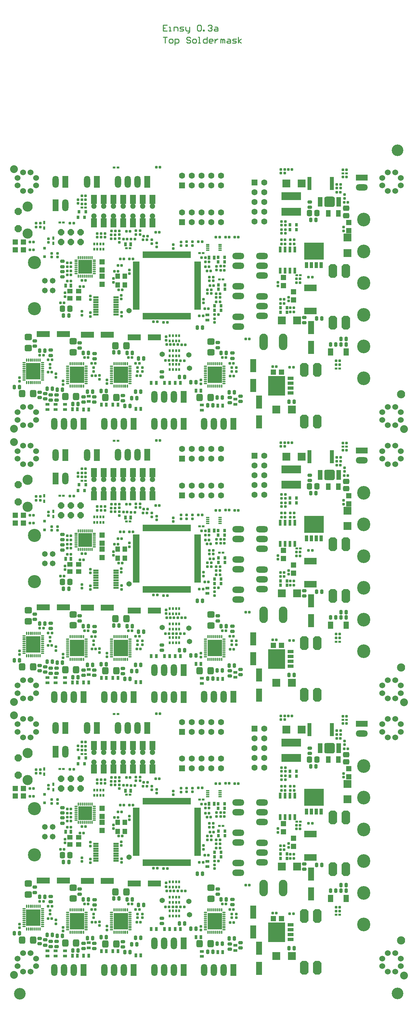
<source format=gts>
G04 Layer_Color=8388736*
%FSLAX24Y24*%
%MOIN*%
G70*
G01*
G75*
%ADD12C,0.0100*%
%ADD37C,0.0600*%
%ADD115C,0.0300*%
%ADD129C,0.0840*%
%ADD205C,0.0631*%
%ADD206R,0.0460X0.0130*%
%ADD207R,0.0530X0.0170*%
G04:AMPARAMS|DCode=208|XSize=118.7mil|YSize=118.7mil|CornerRadius=59.4mil|HoleSize=0mil|Usage=FLASHONLY|Rotation=90.000|XOffset=0mil|YOffset=0mil|HoleType=Round|Shape=RoundedRectangle|*
%AMROUNDEDRECTD208*
21,1,0.1187,0.0000,0,0,90.0*
21,1,0.0000,0.1187,0,0,90.0*
1,1,0.1187,0.0000,0.0000*
1,1,0.1187,0.0000,0.0000*
1,1,0.1187,0.0000,0.0000*
1,1,0.1187,0.0000,0.0000*
%
%ADD208ROUNDEDRECTD208*%
G04:AMPARAMS|DCode=209|XSize=26mil|YSize=28mil|CornerRadius=6.4mil|HoleSize=0mil|Usage=FLASHONLY|Rotation=0.000|XOffset=0mil|YOffset=0mil|HoleType=Round|Shape=RoundedRectangle|*
%AMROUNDEDRECTD209*
21,1,0.0260,0.0152,0,0,0.0*
21,1,0.0132,0.0280,0,0,0.0*
1,1,0.0128,0.0066,-0.0076*
1,1,0.0128,-0.0066,-0.0076*
1,1,0.0128,-0.0066,0.0076*
1,1,0.0128,0.0066,0.0076*
%
%ADD209ROUNDEDRECTD209*%
G04:AMPARAMS|DCode=210|XSize=26mil|YSize=28mil|CornerRadius=6.4mil|HoleSize=0mil|Usage=FLASHONLY|Rotation=270.000|XOffset=0mil|YOffset=0mil|HoleType=Round|Shape=RoundedRectangle|*
%AMROUNDEDRECTD210*
21,1,0.0260,0.0152,0,0,270.0*
21,1,0.0132,0.0280,0,0,270.0*
1,1,0.0128,-0.0076,-0.0066*
1,1,0.0128,-0.0076,0.0066*
1,1,0.0128,0.0076,0.0066*
1,1,0.0128,0.0076,-0.0066*
%
%ADD210ROUNDEDRECTD210*%
%ADD211R,0.0304X0.0386*%
%ADD212R,0.0386X0.0304*%
%ADD213R,0.0631X0.0957*%
%ADD214R,0.1457X0.1654*%
%ADD215O,0.0138X0.0375*%
%ADD216O,0.0375X0.0138*%
G04:AMPARAMS|DCode=217|XSize=54mil|YSize=54mil|CornerRadius=27mil|HoleSize=0mil|Usage=FLASHONLY|Rotation=270.000|XOffset=0mil|YOffset=0mil|HoleType=Round|Shape=RoundedRectangle|*
%AMROUNDEDRECTD217*
21,1,0.0540,0.0000,0,0,270.0*
21,1,0.0000,0.0540,0,0,270.0*
1,1,0.0540,0.0000,0.0000*
1,1,0.0540,0.0000,0.0000*
1,1,0.0540,0.0000,0.0000*
1,1,0.0540,0.0000,0.0000*
%
%ADD217ROUNDEDRECTD217*%
%ADD218R,0.0520X0.0520*%
%ADD219R,0.0520X0.0520*%
%ADD220R,0.2048X0.0822*%
%ADD221R,0.0460X0.0560*%
%ADD222R,0.0276X0.0355*%
%ADD223R,0.0280X0.0280*%
%ADD224R,0.1300X0.0670*%
%ADD225R,0.0830X0.0830*%
%ADD226R,0.0830X0.0830*%
%ADD227R,0.0240X0.0320*%
%ADD228R,0.0560X0.0460*%
%ADD229R,0.0583X0.0749*%
G04:AMPARAMS|DCode=230|XSize=80mil|YSize=80mil|CornerRadius=40mil|HoleSize=0mil|Usage=FLASHONLY|Rotation=0.000|XOffset=0mil|YOffset=0mil|HoleType=Round|Shape=RoundedRectangle|*
%AMROUNDEDRECTD230*
21,1,0.0800,0.0000,0,0,0.0*
21,1,0.0000,0.0800,0,0,0.0*
1,1,0.0800,0.0000,0.0000*
1,1,0.0800,0.0000,0.0000*
1,1,0.0800,0.0000,0.0000*
1,1,0.0800,0.0000,0.0000*
%
%ADD230ROUNDEDRECTD230*%
%ADD231R,0.0280X0.0640*%
%ADD232R,0.0680X0.0200*%
%ADD233R,0.0200X0.0680*%
%ADD234R,0.0540X0.0190*%
%ADD235R,0.1410X0.1410*%
G04:AMPARAMS|DCode=236|XSize=15mil|YSize=35.4mil|CornerRadius=6.4mil|HoleSize=0mil|Usage=FLASHONLY|Rotation=270.000|XOffset=0mil|YOffset=0mil|HoleType=Round|Shape=RoundedRectangle|*
%AMROUNDEDRECTD236*
21,1,0.0150,0.0227,0,0,270.0*
21,1,0.0022,0.0354,0,0,270.0*
1,1,0.0128,-0.0113,-0.0011*
1,1,0.0128,-0.0113,0.0011*
1,1,0.0128,0.0113,0.0011*
1,1,0.0128,0.0113,-0.0011*
%
%ADD236ROUNDEDRECTD236*%
G04:AMPARAMS|DCode=237|XSize=15mil|YSize=35.4mil|CornerRadius=6.4mil|HoleSize=0mil|Usage=FLASHONLY|Rotation=180.000|XOffset=0mil|YOffset=0mil|HoleType=Round|Shape=RoundedRectangle|*
%AMROUNDEDRECTD237*
21,1,0.0150,0.0227,0,0,180.0*
21,1,0.0022,0.0354,0,0,180.0*
1,1,0.0128,-0.0011,0.0113*
1,1,0.0128,0.0011,0.0113*
1,1,0.0128,0.0011,-0.0113*
1,1,0.0128,-0.0011,-0.0113*
%
%ADD237ROUNDEDRECTD237*%
%ADD238R,0.0394X0.1339*%
G04:AMPARAMS|DCode=239|XSize=33.1mil|YSize=43.4mil|CornerRadius=7.8mil|HoleSize=0mil|Usage=FLASHONLY|Rotation=90.000|XOffset=0mil|YOffset=0mil|HoleType=Round|Shape=RoundedRectangle|*
%AMROUNDEDRECTD239*
21,1,0.0331,0.0277,0,0,90.0*
21,1,0.0175,0.0434,0,0,90.0*
1,1,0.0157,0.0139,0.0087*
1,1,0.0157,0.0139,-0.0087*
1,1,0.0157,-0.0139,-0.0087*
1,1,0.0157,-0.0139,0.0087*
%
%ADD239ROUNDEDRECTD239*%
%ADD240R,0.0240X0.0300*%
G04:AMPARAMS|DCode=241|XSize=33.1mil|YSize=43.4mil|CornerRadius=7.8mil|HoleSize=0mil|Usage=FLASHONLY|Rotation=180.000|XOffset=0mil|YOffset=0mil|HoleType=Round|Shape=RoundedRectangle|*
%AMROUNDEDRECTD241*
21,1,0.0331,0.0277,0,0,180.0*
21,1,0.0175,0.0434,0,0,180.0*
1,1,0.0157,-0.0087,0.0139*
1,1,0.0157,0.0087,0.0139*
1,1,0.0157,0.0087,-0.0139*
1,1,0.0157,-0.0087,-0.0139*
%
%ADD241ROUNDEDRECTD241*%
G04:AMPARAMS|DCode=242|XSize=67mil|YSize=75mil|CornerRadius=17.7mil|HoleSize=0mil|Usage=FLASHONLY|Rotation=90.000|XOffset=0mil|YOffset=0mil|HoleType=Round|Shape=RoundedRectangle|*
%AMROUNDEDRECTD242*
21,1,0.0670,0.0395,0,0,90.0*
21,1,0.0315,0.0750,0,0,90.0*
1,1,0.0355,0.0198,0.0158*
1,1,0.0355,0.0198,-0.0158*
1,1,0.0355,-0.0198,-0.0158*
1,1,0.0355,-0.0198,0.0158*
%
%ADD242ROUNDEDRECTD242*%
G04:AMPARAMS|DCode=243|XSize=67mil|YSize=75mil|CornerRadius=17.7mil|HoleSize=0mil|Usage=FLASHONLY|Rotation=180.000|XOffset=0mil|YOffset=0mil|HoleType=Round|Shape=RoundedRectangle|*
%AMROUNDEDRECTD243*
21,1,0.0670,0.0395,0,0,180.0*
21,1,0.0315,0.0750,0,0,180.0*
1,1,0.0355,-0.0158,0.0198*
1,1,0.0355,0.0158,0.0198*
1,1,0.0355,0.0158,-0.0198*
1,1,0.0355,-0.0158,-0.0198*
%
%ADD243ROUNDEDRECTD243*%
%ADD244R,0.0257X0.0237*%
%ADD245R,0.1379X0.0591*%
G04:AMPARAMS|DCode=246|XSize=56mil|YSize=64mil|CornerRadius=15mil|HoleSize=0mil|Usage=FLASHONLY|Rotation=180.000|XOffset=0mil|YOffset=0mil|HoleType=Round|Shape=RoundedRectangle|*
%AMROUNDEDRECTD246*
21,1,0.0560,0.0340,0,0,180.0*
21,1,0.0260,0.0640,0,0,180.0*
1,1,0.0300,-0.0130,0.0170*
1,1,0.0300,0.0130,0.0170*
1,1,0.0300,0.0130,-0.0170*
1,1,0.0300,-0.0130,-0.0170*
%
%ADD246ROUNDEDRECTD246*%
%ADD247R,0.0473X0.0709*%
G04:AMPARAMS|DCode=248|XSize=56mil|YSize=64mil|CornerRadius=15mil|HoleSize=0mil|Usage=FLASHONLY|Rotation=270.000|XOffset=0mil|YOffset=0mil|HoleType=Round|Shape=RoundedRectangle|*
%AMROUNDEDRECTD248*
21,1,0.0560,0.0340,0,0,270.0*
21,1,0.0260,0.0640,0,0,270.0*
1,1,0.0300,-0.0170,-0.0130*
1,1,0.0300,-0.0170,0.0130*
1,1,0.0300,0.0170,0.0130*
1,1,0.0300,0.0170,-0.0130*
%
%ADD248ROUNDEDRECTD248*%
%ADD249R,0.0591X0.1379*%
%ADD250R,0.0355X0.0158*%
%ADD251R,0.0600X0.0320*%
%ADD252R,0.1740X0.2010*%
%ADD253R,0.2010X0.1740*%
%ADD254R,0.0320X0.0600*%
G04:AMPARAMS|DCode=255|XSize=109mil|YSize=109mil|CornerRadius=28.3mil|HoleSize=0mil|Usage=FLASHONLY|Rotation=180.000|XOffset=0mil|YOffset=0mil|HoleType=Round|Shape=RoundedRectangle|*
%AMROUNDEDRECTD255*
21,1,0.1090,0.0525,0,0,180.0*
21,1,0.0525,0.1090,0,0,180.0*
1,1,0.0565,-0.0262,0.0262*
1,1,0.0565,0.0262,0.0262*
1,1,0.0565,0.0262,-0.0262*
1,1,0.0565,-0.0262,-0.0262*
%
%ADD255ROUNDEDRECTD255*%
%ADD256R,0.0482X0.0198*%
%ADD257C,0.0544*%
%ADD258R,0.0640X0.1240*%
%ADD259O,0.0640X0.1240*%
%ADD260O,0.1240X0.0640*%
%ADD261R,0.1240X0.0640*%
G04:AMPARAMS|DCode=262|XSize=137mil|YSize=87mil|CornerRadius=0mil|HoleSize=0mil|Usage=FLASHONLY|Rotation=90.000|XOffset=0mil|YOffset=0mil|HoleType=Round|Shape=Octagon|*
%AMOCTAGOND262*
4,1,8,0.0217,0.0685,-0.0217,0.0685,-0.0435,0.0467,-0.0435,-0.0467,-0.0217,-0.0685,0.0217,-0.0685,0.0435,-0.0467,0.0435,0.0467,0.0217,0.0685,0.0*
%
%ADD262OCTAGOND262*%

%ADD263P,0.0801X8X292.5*%
%ADD264C,0.1040*%
%ADD265C,0.0580*%
%ADD266C,0.1345*%
%ADD267P,0.0714X8X22.5*%
%ADD268O,0.0865X0.1690*%
%ADD269O,0.1340X0.1400*%
%ADD270R,0.0631X0.0631*%
%ADD271C,0.0631*%
%ADD272R,0.0631X0.0631*%
%ADD273C,0.0260*%
G54D12*
X27750Y108600D02*
X28150D01*
X27950D01*
Y108000D01*
X28450D02*
X28650D01*
X28750Y108100D01*
Y108300D01*
X28650Y108400D01*
X28450D01*
X28350Y108300D01*
Y108100D01*
X28450Y108000D01*
X28950Y107800D02*
Y108400D01*
X29250D01*
X29349Y108300D01*
Y108100D01*
X29250Y108000D01*
X28950D01*
X30549Y108500D02*
X30449Y108600D01*
X30249D01*
X30149Y108500D01*
Y108400D01*
X30249Y108300D01*
X30449D01*
X30549Y108200D01*
Y108100D01*
X30449Y108000D01*
X30249D01*
X30149Y108100D01*
X30849Y108000D02*
X31049D01*
X31149Y108100D01*
Y108300D01*
X31049Y108400D01*
X30849D01*
X30749Y108300D01*
Y108100D01*
X30849Y108000D01*
X31349D02*
X31549D01*
X31449D01*
Y108600D01*
X31349D01*
X32249D02*
Y108000D01*
X31949D01*
X31849Y108100D01*
Y108300D01*
X31949Y108400D01*
X32249D01*
X32748Y108000D02*
X32548D01*
X32448Y108100D01*
Y108300D01*
X32548Y108400D01*
X32748D01*
X32848Y108300D01*
Y108200D01*
X32448D01*
X33048Y108400D02*
Y108000D01*
Y108200D01*
X33148Y108300D01*
X33248Y108400D01*
X33348D01*
X33648Y108000D02*
Y108400D01*
X33748D01*
X33848Y108300D01*
Y108000D01*
Y108300D01*
X33948Y108400D01*
X34048Y108300D01*
Y108000D01*
X34348Y108400D02*
X34548D01*
X34648Y108300D01*
Y108000D01*
X34348D01*
X34248Y108100D01*
X34348Y108200D01*
X34648D01*
X34848Y108000D02*
X35148D01*
X35248Y108100D01*
X35148Y108200D01*
X34948D01*
X34848Y108300D01*
X34948Y108400D01*
X35248D01*
X35448Y108000D02*
Y108600D01*
Y108200D02*
X35747Y108400D01*
X35448Y108200D02*
X35747Y108000D01*
X28150Y109850D02*
X27750D01*
Y109250D01*
X28150D01*
X27750Y109550D02*
X27950D01*
X28350Y109250D02*
X28550D01*
X28450D01*
Y109650D01*
X28350D01*
X28850Y109250D02*
Y109650D01*
X29150D01*
X29250Y109550D01*
Y109250D01*
X29449D02*
X29749D01*
X29849Y109350D01*
X29749Y109450D01*
X29549D01*
X29449Y109550D01*
X29549Y109650D01*
X29849D01*
X30049D02*
Y109350D01*
X30149Y109250D01*
X30449D01*
Y109150D01*
X30349Y109050D01*
X30249D01*
X30449Y109250D02*
Y109650D01*
X31249Y109750D02*
X31349Y109850D01*
X31549D01*
X31649Y109750D01*
Y109350D01*
X31549Y109250D01*
X31349D01*
X31249Y109350D01*
Y109750D01*
X31849Y109250D02*
Y109350D01*
X31949D01*
Y109250D01*
X31849D01*
X32349Y109750D02*
X32448Y109850D01*
X32648D01*
X32748Y109750D01*
Y109650D01*
X32648Y109550D01*
X32548D01*
X32648D01*
X32748Y109450D01*
Y109350D01*
X32648Y109250D01*
X32448D01*
X32349Y109350D01*
X33048Y109650D02*
X33248D01*
X33348Y109550D01*
Y109250D01*
X33048D01*
X32948Y109350D01*
X33048Y109450D01*
X33348D01*
G54D37*
X14173Y12835D02*
D03*
X13386D02*
D03*
X12835Y13386D02*
D03*
Y14173D02*
D03*
X13386Y14724D02*
D03*
X14173D02*
D03*
X14724Y14173D02*
D03*
Y13386D02*
D03*
X14173Y36850D02*
D03*
X13386D02*
D03*
X12835Y37402D02*
D03*
Y38189D02*
D03*
X13386Y38740D02*
D03*
X14173D02*
D03*
X14724Y38189D02*
D03*
Y37402D02*
D03*
X51575Y36850D02*
D03*
X50787D02*
D03*
X50236Y37402D02*
D03*
Y38189D02*
D03*
X50787Y38740D02*
D03*
X51575D02*
D03*
X52126Y38189D02*
D03*
Y37402D02*
D03*
X51575Y12835D02*
D03*
X50787D02*
D03*
X50236Y13386D02*
D03*
Y14173D02*
D03*
X50787Y14724D02*
D03*
X51575D02*
D03*
X52126Y14173D02*
D03*
Y13386D02*
D03*
X14173Y40827D02*
D03*
X13386D02*
D03*
X12835Y41378D02*
D03*
Y42165D02*
D03*
X13386Y42717D02*
D03*
X14173D02*
D03*
X14724Y42165D02*
D03*
Y41378D02*
D03*
X14173Y64843D02*
D03*
X13386D02*
D03*
X12835Y65394D02*
D03*
Y66181D02*
D03*
X13386Y66732D02*
D03*
X14173D02*
D03*
X14724Y66181D02*
D03*
Y65394D02*
D03*
X51575Y64843D02*
D03*
X50787D02*
D03*
X50236Y65394D02*
D03*
Y66181D02*
D03*
X50787Y66732D02*
D03*
X51575D02*
D03*
X52126Y66181D02*
D03*
Y65394D02*
D03*
X51575Y40827D02*
D03*
X50787D02*
D03*
X50236Y41378D02*
D03*
Y42165D02*
D03*
X50787Y42717D02*
D03*
X51575D02*
D03*
X52126Y42165D02*
D03*
Y41378D02*
D03*
X14173Y68819D02*
D03*
X13386D02*
D03*
X12835Y69370D02*
D03*
Y70157D02*
D03*
X13386Y70709D02*
D03*
X14173D02*
D03*
X14724Y70157D02*
D03*
Y69370D02*
D03*
X14173Y92835D02*
D03*
X13386D02*
D03*
X12835Y93386D02*
D03*
Y94173D02*
D03*
X13386Y94724D02*
D03*
X14173D02*
D03*
X14724Y94173D02*
D03*
Y93386D02*
D03*
X51575Y92835D02*
D03*
X50787D02*
D03*
X50236Y93386D02*
D03*
Y94173D02*
D03*
X50787Y94724D02*
D03*
X51575D02*
D03*
X52126Y94173D02*
D03*
Y93386D02*
D03*
X51575Y68819D02*
D03*
X50787D02*
D03*
X50236Y69370D02*
D03*
Y70157D02*
D03*
X50787Y70709D02*
D03*
X51575D02*
D03*
X52126Y70157D02*
D03*
Y69370D02*
D03*
G54D115*
X32625Y18659D02*
D03*
X33492Y17359D02*
D03*
X33059D02*
D03*
X32625D02*
D03*
X33492Y17793D02*
D03*
X33059D02*
D03*
X32625D02*
D03*
X33492Y18226D02*
D03*
X33059D02*
D03*
X32625D02*
D03*
X33492Y18659D02*
D03*
X33059D02*
D03*
X23419D02*
D03*
X23852D02*
D03*
X22985Y18226D02*
D03*
X23419D02*
D03*
X23852D02*
D03*
X22985Y17793D02*
D03*
X23419D02*
D03*
X23852D02*
D03*
X22985Y17359D02*
D03*
X23419D02*
D03*
X23852D02*
D03*
X22985Y18659D02*
D03*
X18485D02*
D03*
X19352Y17359D02*
D03*
X18918D02*
D03*
X18485D02*
D03*
X19352Y17793D02*
D03*
X18918D02*
D03*
X18485D02*
D03*
X19352Y18226D02*
D03*
X18918D02*
D03*
X18485D02*
D03*
X19352Y18659D02*
D03*
X18918D02*
D03*
X14445Y19019D02*
D03*
X14878D02*
D03*
X14012Y18586D02*
D03*
X14445D02*
D03*
X14878D02*
D03*
X14012Y18153D02*
D03*
X14445D02*
D03*
X14878D02*
D03*
X14012Y17719D02*
D03*
X14445D02*
D03*
X14878D02*
D03*
X14012Y19019D02*
D03*
X20143Y29443D02*
D03*
Y29069D02*
D03*
Y28694D02*
D03*
X19769D02*
D03*
X19394Y28685D02*
D03*
X19396Y29069D02*
D03*
X19392Y29446D02*
D03*
X19769Y29443D02*
D03*
Y29069D02*
D03*
X39977Y17285D02*
D03*
Y17685D02*
D03*
X39577D02*
D03*
Y17285D02*
D03*
X39177D02*
D03*
Y17685D02*
D03*
X38777D02*
D03*
Y17285D02*
D03*
Y16485D02*
D03*
Y16085D02*
D03*
X39177D02*
D03*
Y16485D02*
D03*
X39577D02*
D03*
Y16085D02*
D03*
X39977D02*
D03*
Y16485D02*
D03*
Y16885D02*
D03*
X39577D02*
D03*
X38777D02*
D03*
X39177D02*
D03*
X43230Y30896D02*
D03*
Y31296D02*
D03*
Y30496D02*
D03*
Y30096D02*
D03*
X42830D02*
D03*
X42430D02*
D03*
Y30496D02*
D03*
X42830D02*
D03*
Y30896D02*
D03*
X42430D02*
D03*
Y31296D02*
D03*
X42830D02*
D03*
X43630D02*
D03*
X44030D02*
D03*
Y30896D02*
D03*
X43630D02*
D03*
Y30496D02*
D03*
X44030D02*
D03*
Y30096D02*
D03*
X43630D02*
D03*
X32625Y46651D02*
D03*
X33492Y45352D02*
D03*
X33059D02*
D03*
X32625D02*
D03*
X33492Y45785D02*
D03*
X33059D02*
D03*
X32625D02*
D03*
X33492Y46218D02*
D03*
X33059D02*
D03*
X32625D02*
D03*
X33492Y46651D02*
D03*
X33059D02*
D03*
X23419D02*
D03*
X23852D02*
D03*
X22985Y46218D02*
D03*
X23419D02*
D03*
X23852D02*
D03*
X22985Y45785D02*
D03*
X23419D02*
D03*
X23852D02*
D03*
X22985Y45352D02*
D03*
X23419D02*
D03*
X23852D02*
D03*
X22985Y46651D02*
D03*
X18485D02*
D03*
X19352Y45352D02*
D03*
X18918D02*
D03*
X18485D02*
D03*
X19352Y45785D02*
D03*
X18918D02*
D03*
X18485D02*
D03*
X19352Y46218D02*
D03*
X18918D02*
D03*
X18485D02*
D03*
X19352Y46651D02*
D03*
X18918D02*
D03*
X14445Y47011D02*
D03*
X14878D02*
D03*
X14012Y46578D02*
D03*
X14445D02*
D03*
X14878D02*
D03*
X14012Y46145D02*
D03*
X14445D02*
D03*
X14878D02*
D03*
X14012Y45712D02*
D03*
X14445D02*
D03*
X14878D02*
D03*
X14012Y47011D02*
D03*
X20143Y57435D02*
D03*
Y57061D02*
D03*
Y56687D02*
D03*
X19769D02*
D03*
X19394Y56677D02*
D03*
X19396Y57061D02*
D03*
X19392Y57438D02*
D03*
X19769Y57435D02*
D03*
Y57061D02*
D03*
X39977Y45277D02*
D03*
Y45677D02*
D03*
X39577D02*
D03*
Y45277D02*
D03*
X39177D02*
D03*
Y45677D02*
D03*
X38777D02*
D03*
Y45277D02*
D03*
Y44477D02*
D03*
Y44077D02*
D03*
X39177D02*
D03*
Y44477D02*
D03*
X39577D02*
D03*
Y44077D02*
D03*
X39977D02*
D03*
Y44477D02*
D03*
Y44877D02*
D03*
X39577D02*
D03*
X38777D02*
D03*
X39177D02*
D03*
X43230Y58888D02*
D03*
Y59288D02*
D03*
Y58488D02*
D03*
Y58088D02*
D03*
X42830D02*
D03*
X42430D02*
D03*
Y58488D02*
D03*
X42830D02*
D03*
Y58888D02*
D03*
X42430D02*
D03*
Y59288D02*
D03*
X42830D02*
D03*
X43630D02*
D03*
X44030D02*
D03*
Y58888D02*
D03*
X43630D02*
D03*
Y58488D02*
D03*
X44030D02*
D03*
Y58088D02*
D03*
X43630D02*
D03*
X32625Y74643D02*
D03*
X33492Y73344D02*
D03*
X33059D02*
D03*
X32625D02*
D03*
X33492Y73777D02*
D03*
X33059D02*
D03*
X32625D02*
D03*
X33492Y74210D02*
D03*
X33059D02*
D03*
X32625D02*
D03*
X33492Y74643D02*
D03*
X33059D02*
D03*
X23419D02*
D03*
X23852D02*
D03*
X22985Y74210D02*
D03*
X23419D02*
D03*
X23852D02*
D03*
X22985Y73777D02*
D03*
X23419D02*
D03*
X23852D02*
D03*
X22985Y73344D02*
D03*
X23419D02*
D03*
X23852D02*
D03*
X22985Y74643D02*
D03*
X18485D02*
D03*
X19352Y73344D02*
D03*
X18918D02*
D03*
X18485D02*
D03*
X19352Y73777D02*
D03*
X18918D02*
D03*
X18485D02*
D03*
X19352Y74210D02*
D03*
X18918D02*
D03*
X18485D02*
D03*
X19352Y74643D02*
D03*
X18918D02*
D03*
X14445Y75003D02*
D03*
X14878D02*
D03*
X14012Y74570D02*
D03*
X14445D02*
D03*
X14878D02*
D03*
X14012Y74137D02*
D03*
X14445D02*
D03*
X14878D02*
D03*
X14012Y73704D02*
D03*
X14445D02*
D03*
X14878D02*
D03*
X14012Y75003D02*
D03*
X20143Y85427D02*
D03*
Y85053D02*
D03*
Y84679D02*
D03*
X19769D02*
D03*
X19394Y84669D02*
D03*
X19396Y85053D02*
D03*
X19392Y85430D02*
D03*
X19769Y85427D02*
D03*
Y85053D02*
D03*
X39977Y73270D02*
D03*
Y73670D02*
D03*
X39577D02*
D03*
Y73270D02*
D03*
X39177D02*
D03*
Y73670D02*
D03*
X38777D02*
D03*
Y73270D02*
D03*
Y72470D02*
D03*
Y72070D02*
D03*
X39177D02*
D03*
Y72470D02*
D03*
X39577D02*
D03*
Y72070D02*
D03*
X39977D02*
D03*
Y72470D02*
D03*
Y72870D02*
D03*
X39577D02*
D03*
X38777D02*
D03*
X39177D02*
D03*
X43230Y86880D02*
D03*
Y87280D02*
D03*
Y86480D02*
D03*
Y86080D02*
D03*
X42830D02*
D03*
X42430D02*
D03*
Y86480D02*
D03*
X42830D02*
D03*
Y86880D02*
D03*
X42430D02*
D03*
Y87280D02*
D03*
X42830D02*
D03*
X43630D02*
D03*
X44030D02*
D03*
Y86880D02*
D03*
X43630D02*
D03*
Y86480D02*
D03*
X44030D02*
D03*
Y86080D02*
D03*
X43630D02*
D03*
G54D129*
X52175Y16024D02*
D03*
Y44016D02*
D03*
Y72008D02*
D03*
G54D205*
X38135Y37726D02*
D03*
Y36726D02*
D03*
Y35726D02*
D03*
Y34726D02*
D03*
Y33726D02*
D03*
Y65718D02*
D03*
Y64718D02*
D03*
Y63718D02*
D03*
Y62718D02*
D03*
Y61718D02*
D03*
Y93710D02*
D03*
Y92710D02*
D03*
Y91710D02*
D03*
Y90710D02*
D03*
Y89710D02*
D03*
G54D206*
X22910Y25944D02*
D03*
X22910Y25694D02*
D03*
X22910Y25444D02*
D03*
X22910Y25194D02*
D03*
X22910Y24944D02*
D03*
X22910Y24694D02*
D03*
Y24444D02*
D03*
X22910Y24194D02*
D03*
X20870D02*
D03*
X20870Y24444D02*
D03*
Y24694D02*
D03*
X20870Y24944D02*
D03*
X20870Y25194D02*
D03*
Y25444D02*
D03*
X20870Y25694D02*
D03*
X20870Y25944D02*
D03*
X22910Y53936D02*
D03*
X22910Y53686D02*
D03*
X22910Y53436D02*
D03*
X22910Y53186D02*
D03*
X22910Y52936D02*
D03*
X22910Y52686D02*
D03*
Y52436D02*
D03*
X22910Y52186D02*
D03*
X20870D02*
D03*
X20870Y52436D02*
D03*
Y52686D02*
D03*
X20870Y52936D02*
D03*
X20870Y53186D02*
D03*
Y53436D02*
D03*
X20870Y53686D02*
D03*
X20870Y53936D02*
D03*
X22910Y81928D02*
D03*
X22910Y81678D02*
D03*
X22910Y81428D02*
D03*
X22910Y81178D02*
D03*
X22910Y80928D02*
D03*
X22910Y80678D02*
D03*
Y80428D02*
D03*
X22910Y80178D02*
D03*
X20870D02*
D03*
X20870Y80428D02*
D03*
Y80678D02*
D03*
X20870Y80928D02*
D03*
X20870Y81178D02*
D03*
Y81428D02*
D03*
X20870Y81678D02*
D03*
X20870Y81928D02*
D03*
G54D207*
X22915Y25944D02*
D03*
X22915Y25694D02*
D03*
X22915Y25444D02*
D03*
X22915Y25194D02*
D03*
X22915Y24944D02*
D03*
X22915Y24694D02*
D03*
X22915Y24444D02*
D03*
X22915Y24194D02*
D03*
X20865Y24194D02*
D03*
X20865Y24444D02*
D03*
Y24694D02*
D03*
X20865Y24944D02*
D03*
X20865Y25194D02*
D03*
Y25444D02*
D03*
X20865Y25694D02*
D03*
Y25944D02*
D03*
X22915Y53936D02*
D03*
X22915Y53686D02*
D03*
X22915Y53436D02*
D03*
X22915Y53186D02*
D03*
X22915Y52936D02*
D03*
X22915Y52686D02*
D03*
X22915Y52436D02*
D03*
X22915Y52186D02*
D03*
X20865Y52186D02*
D03*
X20865Y52436D02*
D03*
Y52686D02*
D03*
X20865Y52936D02*
D03*
X20865Y53186D02*
D03*
Y53436D02*
D03*
X20865Y53686D02*
D03*
Y53936D02*
D03*
X22915Y81928D02*
D03*
X22915Y81678D02*
D03*
X22915Y81428D02*
D03*
X22915Y81178D02*
D03*
X22915Y80928D02*
D03*
X22915Y80678D02*
D03*
X22915Y80428D02*
D03*
X22915Y80178D02*
D03*
X20865Y80178D02*
D03*
X20865Y80428D02*
D03*
Y80678D02*
D03*
X20865Y80928D02*
D03*
X20865Y81178D02*
D03*
Y81428D02*
D03*
X20865Y81678D02*
D03*
Y81928D02*
D03*
G54D208*
X51800Y96998D02*
D03*
Y10600D02*
D03*
X13061Y10561D02*
D03*
G54D209*
X35090Y32118D02*
D03*
X35468D02*
D03*
X34150Y32129D02*
D03*
X34529D02*
D03*
X24000Y32729D02*
D03*
X24378D02*
D03*
X24480Y31918D02*
D03*
X24859D02*
D03*
X27000Y32608D02*
D03*
X27378D02*
D03*
X31857Y24049D02*
D03*
X31479D02*
D03*
X26777Y23449D02*
D03*
X27155D02*
D03*
X23130Y29218D02*
D03*
X23509D02*
D03*
X25780Y32229D02*
D03*
X26158D02*
D03*
X32310Y26344D02*
D03*
X32689D02*
D03*
X32310Y26734D02*
D03*
X32689D02*
D03*
X32030Y24784D02*
D03*
X32408D02*
D03*
X14092Y31618D02*
D03*
X14471D02*
D03*
X33170Y32109D02*
D03*
X33549D02*
D03*
X40261Y31411D02*
D03*
X39882D02*
D03*
X40812D02*
D03*
X41191D02*
D03*
X39881Y31841D02*
D03*
X40260D02*
D03*
X33658Y28728D02*
D03*
X34037D02*
D03*
X14090Y30808D02*
D03*
X14468D02*
D03*
X33589Y25498D02*
D03*
X33210D02*
D03*
X39367Y18838D02*
D03*
X38988D02*
D03*
X41118Y18779D02*
D03*
X40740D02*
D03*
X31380Y31658D02*
D03*
X31758D02*
D03*
X43049Y28019D02*
D03*
X42670D02*
D03*
X32087Y30008D02*
D03*
X31709D02*
D03*
X17930Y28658D02*
D03*
X18309D02*
D03*
Y29069D02*
D03*
X17930D02*
D03*
X34037Y29148D02*
D03*
X33658D02*
D03*
X41190Y31841D02*
D03*
X40811D02*
D03*
X46698Y35679D02*
D03*
X46320D02*
D03*
X22474Y32741D02*
D03*
X22851D02*
D03*
X26087Y31839D02*
D03*
X25708D02*
D03*
X39800Y25738D02*
D03*
X40178D02*
D03*
X40177Y25329D02*
D03*
X39799D02*
D03*
X32887Y27638D02*
D03*
X32508D02*
D03*
X33419Y24169D02*
D03*
X33040D02*
D03*
X41177Y24448D02*
D03*
X40799D02*
D03*
X46200Y39009D02*
D03*
X46578D02*
D03*
X46577Y38268D02*
D03*
X46199D02*
D03*
X19432Y35531D02*
D03*
X19811D02*
D03*
X19810Y36361D02*
D03*
X19431D02*
D03*
X19810Y35951D02*
D03*
X19431D02*
D03*
X18212Y33561D02*
D03*
X18591D02*
D03*
X18305Y27619D02*
D03*
X17929D02*
D03*
X40975Y39049D02*
D03*
X40599D02*
D03*
X27058Y39269D02*
D03*
X27436D02*
D03*
X36221Y21688D02*
D03*
X36598D02*
D03*
X16349Y19548D02*
D03*
X15971D02*
D03*
X15486Y20029D02*
D03*
X15108D02*
D03*
X15969Y18269D02*
D03*
X16345D02*
D03*
X32096Y29075D02*
D03*
X32473D02*
D03*
X28185Y23386D02*
D03*
X27808D02*
D03*
X17608Y25368D02*
D03*
X17232D02*
D03*
X18305Y28259D02*
D03*
X17929D02*
D03*
X23128Y28634D02*
D03*
X22752D02*
D03*
X18305Y29499D02*
D03*
X17929D02*
D03*
X19231Y27039D02*
D03*
X19609D02*
D03*
X19415Y27686D02*
D03*
X19792D02*
D03*
X23565Y26721D02*
D03*
X23188D02*
D03*
X32254Y28661D02*
D03*
X32631D02*
D03*
X32092Y29588D02*
D03*
X32469D02*
D03*
X30033Y21097D02*
D03*
X29656D02*
D03*
X29546Y19463D02*
D03*
X29923D02*
D03*
X28875Y21107D02*
D03*
X29252D02*
D03*
X29142Y19473D02*
D03*
X28765D02*
D03*
X28127Y21107D02*
D03*
X28504D02*
D03*
X28365Y19473D02*
D03*
X27988D02*
D03*
X32889Y28019D02*
D03*
X32511D02*
D03*
X45936Y36728D02*
D03*
X45559D02*
D03*
X20802Y19188D02*
D03*
X20425D02*
D03*
X20066Y19778D02*
D03*
X19689D02*
D03*
X20449Y17909D02*
D03*
X20826D02*
D03*
X24941Y19198D02*
D03*
X25319D02*
D03*
X24565Y19778D02*
D03*
X24188D02*
D03*
X25445Y17909D02*
D03*
X25069D02*
D03*
X34969Y19198D02*
D03*
X34592D02*
D03*
X34195Y19769D02*
D03*
X33819D02*
D03*
X34629Y17868D02*
D03*
X35006D02*
D03*
X40799Y24878D02*
D03*
X41175D02*
D03*
X41809Y27459D02*
D03*
X41430D02*
D03*
X23349Y29899D02*
D03*
X23727D02*
D03*
X24288D02*
D03*
X24667D02*
D03*
X32938Y27139D02*
D03*
X32560D02*
D03*
X23698Y31929D02*
D03*
X24077D02*
D03*
X45498Y19038D02*
D03*
X45877D02*
D03*
X45498Y19448D02*
D03*
X45877D02*
D03*
X41809Y27848D02*
D03*
X41430D02*
D03*
X35090Y60111D02*
D03*
X35468D02*
D03*
X34150Y60121D02*
D03*
X34529D02*
D03*
X24000Y60721D02*
D03*
X24378D02*
D03*
X24480Y59911D02*
D03*
X24859D02*
D03*
X27000Y60601D02*
D03*
X27378D02*
D03*
X31857Y52041D02*
D03*
X31479D02*
D03*
X26777Y51441D02*
D03*
X27155D02*
D03*
X23130Y57211D02*
D03*
X23509D02*
D03*
X25780Y60221D02*
D03*
X26158D02*
D03*
X32310Y54336D02*
D03*
X32689D02*
D03*
X32310Y54726D02*
D03*
X32689D02*
D03*
X32030Y52776D02*
D03*
X32408D02*
D03*
X14092Y59611D02*
D03*
X14471D02*
D03*
X33170Y60101D02*
D03*
X33549D02*
D03*
X40261Y59403D02*
D03*
X39882D02*
D03*
X40812D02*
D03*
X41191D02*
D03*
X39881Y59833D02*
D03*
X40260D02*
D03*
X33658Y56721D02*
D03*
X34037D02*
D03*
X14090Y58801D02*
D03*
X14468D02*
D03*
X33589Y53491D02*
D03*
X33210D02*
D03*
X39367Y46831D02*
D03*
X38988D02*
D03*
X41118Y46771D02*
D03*
X40740D02*
D03*
X31380Y59651D02*
D03*
X31758D02*
D03*
X43049Y56011D02*
D03*
X42670D02*
D03*
X32087Y58001D02*
D03*
X31709D02*
D03*
X17930Y56651D02*
D03*
X18309D02*
D03*
Y57061D02*
D03*
X17930D02*
D03*
X34037Y57141D02*
D03*
X33658D02*
D03*
X41190Y59833D02*
D03*
X40811D02*
D03*
X46698Y63671D02*
D03*
X46320D02*
D03*
X22474Y60733D02*
D03*
X22851D02*
D03*
X26087Y59831D02*
D03*
X25708D02*
D03*
X39800Y53731D02*
D03*
X40178D02*
D03*
X40177Y53321D02*
D03*
X39799D02*
D03*
X32887Y55631D02*
D03*
X32508D02*
D03*
X33419Y52161D02*
D03*
X33040D02*
D03*
X41177Y52441D02*
D03*
X40799D02*
D03*
X46200Y67001D02*
D03*
X46578D02*
D03*
X46577Y66261D02*
D03*
X46199D02*
D03*
X19432Y63523D02*
D03*
X19811D02*
D03*
X19810Y64353D02*
D03*
X19431D02*
D03*
X19810Y63943D02*
D03*
X19431D02*
D03*
X18212Y61553D02*
D03*
X18591D02*
D03*
X18305Y55611D02*
D03*
X17929D02*
D03*
X40975Y67041D02*
D03*
X40599D02*
D03*
X27058Y67261D02*
D03*
X27436D02*
D03*
X36221Y49681D02*
D03*
X36598D02*
D03*
X16349Y47541D02*
D03*
X15971D02*
D03*
X15486Y48021D02*
D03*
X15108D02*
D03*
X15969Y46261D02*
D03*
X16345D02*
D03*
X32096Y57067D02*
D03*
X32473D02*
D03*
X28185Y51379D02*
D03*
X27808D02*
D03*
X17608Y53361D02*
D03*
X17232D02*
D03*
X18305Y56251D02*
D03*
X17929D02*
D03*
X23128Y56626D02*
D03*
X22752D02*
D03*
X18305Y57491D02*
D03*
X17929D02*
D03*
X19231Y55031D02*
D03*
X19609D02*
D03*
X19415Y55679D02*
D03*
X19792D02*
D03*
X23565Y54713D02*
D03*
X23188D02*
D03*
X32254Y56654D02*
D03*
X32631D02*
D03*
X32092Y57581D02*
D03*
X32469D02*
D03*
X30033Y49089D02*
D03*
X29656D02*
D03*
X29546Y47455D02*
D03*
X29923D02*
D03*
X28875Y49099D02*
D03*
X29252D02*
D03*
X29142Y47465D02*
D03*
X28765D02*
D03*
X28127Y49099D02*
D03*
X28504D02*
D03*
X28365Y47465D02*
D03*
X27988D02*
D03*
X32889Y56011D02*
D03*
X32511D02*
D03*
X45936Y64721D02*
D03*
X45559D02*
D03*
X20802Y47181D02*
D03*
X20425D02*
D03*
X20066Y47771D02*
D03*
X19689D02*
D03*
X20449Y45901D02*
D03*
X20826D02*
D03*
X24941Y47191D02*
D03*
X25319D02*
D03*
X24565Y47771D02*
D03*
X24188D02*
D03*
X25445Y45901D02*
D03*
X25069D02*
D03*
X34969Y47191D02*
D03*
X34592D02*
D03*
X34195Y47761D02*
D03*
X33819D02*
D03*
X34629Y45861D02*
D03*
X35006D02*
D03*
X40799Y52871D02*
D03*
X41175D02*
D03*
X41809Y55451D02*
D03*
X41430D02*
D03*
X23349Y57891D02*
D03*
X23727D02*
D03*
X24288D02*
D03*
X24667D02*
D03*
X32938Y55131D02*
D03*
X32560D02*
D03*
X23698Y59921D02*
D03*
X24077D02*
D03*
X45498Y47031D02*
D03*
X45877D02*
D03*
X45498Y47441D02*
D03*
X45877D02*
D03*
X41809Y55841D02*
D03*
X41430D02*
D03*
X35090Y88103D02*
D03*
X35468D02*
D03*
X34150Y88113D02*
D03*
X34529D02*
D03*
X24000Y88713D02*
D03*
X24378D02*
D03*
X24480Y87903D02*
D03*
X24859D02*
D03*
X27000Y88593D02*
D03*
X27378D02*
D03*
X31857Y80033D02*
D03*
X31479D02*
D03*
X26777Y79433D02*
D03*
X27155D02*
D03*
X23130Y85203D02*
D03*
X23509D02*
D03*
X25780Y88213D02*
D03*
X26158D02*
D03*
X32310Y82328D02*
D03*
X32689D02*
D03*
X32310Y82718D02*
D03*
X32689D02*
D03*
X32030Y80768D02*
D03*
X32408D02*
D03*
X14092Y87603D02*
D03*
X14471D02*
D03*
X33170Y88093D02*
D03*
X33549D02*
D03*
X40261Y87395D02*
D03*
X39882D02*
D03*
X40812D02*
D03*
X41191D02*
D03*
X39881Y87825D02*
D03*
X40260D02*
D03*
X33658Y84713D02*
D03*
X34037D02*
D03*
X14090Y86793D02*
D03*
X14468D02*
D03*
X33589Y81483D02*
D03*
X33210D02*
D03*
X39367Y74823D02*
D03*
X38988D02*
D03*
X41118Y74763D02*
D03*
X40740D02*
D03*
X31380Y87643D02*
D03*
X31758D02*
D03*
X43049Y84003D02*
D03*
X42670D02*
D03*
X32087Y85993D02*
D03*
X31709D02*
D03*
X17930Y84643D02*
D03*
X18309D02*
D03*
Y85053D02*
D03*
X17930D02*
D03*
X34037Y85133D02*
D03*
X33658D02*
D03*
X41190Y87825D02*
D03*
X40811D02*
D03*
X46698Y91663D02*
D03*
X46320D02*
D03*
X22474Y88725D02*
D03*
X22851D02*
D03*
X26087Y87823D02*
D03*
X25708D02*
D03*
X39800Y81723D02*
D03*
X40178D02*
D03*
X40177Y81313D02*
D03*
X39799D02*
D03*
X32887Y83623D02*
D03*
X32508D02*
D03*
X33419Y80153D02*
D03*
X33040D02*
D03*
X41177Y80433D02*
D03*
X40799D02*
D03*
X46200Y94993D02*
D03*
X46578D02*
D03*
X46577Y94253D02*
D03*
X46199D02*
D03*
X19432Y91515D02*
D03*
X19811D02*
D03*
X19810Y92345D02*
D03*
X19431D02*
D03*
X19810Y91935D02*
D03*
X19431D02*
D03*
X18212Y89545D02*
D03*
X18591D02*
D03*
X18305Y83603D02*
D03*
X17929D02*
D03*
X40975Y95033D02*
D03*
X40599D02*
D03*
X27058Y95253D02*
D03*
X27436D02*
D03*
X36221Y77673D02*
D03*
X36598D02*
D03*
X16349Y75533D02*
D03*
X15971D02*
D03*
X15486Y76013D02*
D03*
X15108D02*
D03*
X15969Y74253D02*
D03*
X16345D02*
D03*
X32096Y85059D02*
D03*
X32473D02*
D03*
X28185Y79371D02*
D03*
X27808D02*
D03*
X17608Y81353D02*
D03*
X17232D02*
D03*
X18305Y84243D02*
D03*
X17929D02*
D03*
X23128Y84618D02*
D03*
X22752D02*
D03*
X18305Y85483D02*
D03*
X17929D02*
D03*
X19231Y83023D02*
D03*
X19609D02*
D03*
X19415Y83671D02*
D03*
X19792D02*
D03*
X23565Y82705D02*
D03*
X23188D02*
D03*
X32254Y84646D02*
D03*
X32631D02*
D03*
X32092Y85573D02*
D03*
X32469D02*
D03*
X30033Y77081D02*
D03*
X29656D02*
D03*
X29546Y75447D02*
D03*
X29923D02*
D03*
X28875Y77091D02*
D03*
X29252D02*
D03*
X29142Y75457D02*
D03*
X28765D02*
D03*
X28127Y77091D02*
D03*
X28504D02*
D03*
X28365Y75457D02*
D03*
X27988D02*
D03*
X32889Y84003D02*
D03*
X32511D02*
D03*
X45936Y92713D02*
D03*
X45559D02*
D03*
X20802Y75173D02*
D03*
X20425D02*
D03*
X20066Y75763D02*
D03*
X19689D02*
D03*
X20449Y73893D02*
D03*
X20826D02*
D03*
X24941Y75183D02*
D03*
X25319D02*
D03*
X24565Y75763D02*
D03*
X24188D02*
D03*
X25445Y73893D02*
D03*
X25069D02*
D03*
X34969Y75183D02*
D03*
X34592D02*
D03*
X34195Y75753D02*
D03*
X33819D02*
D03*
X34629Y73853D02*
D03*
X35006D02*
D03*
X40799Y80863D02*
D03*
X41175D02*
D03*
X41809Y83443D02*
D03*
X41430D02*
D03*
X23349Y85883D02*
D03*
X23727D02*
D03*
X24288D02*
D03*
X24667D02*
D03*
X32938Y83123D02*
D03*
X32560D02*
D03*
X23698Y87913D02*
D03*
X24077D02*
D03*
X45498Y75023D02*
D03*
X45877D02*
D03*
X45498Y75433D02*
D03*
X45877D02*
D03*
X41809Y83833D02*
D03*
X41430D02*
D03*
G54D210*
X27088Y31507D02*
D03*
Y31128D02*
D03*
X24974Y32400D02*
D03*
Y32778D02*
D03*
X29599Y31250D02*
D03*
Y31628D02*
D03*
X30178Y31260D02*
D03*
Y31639D02*
D03*
X30749Y31260D02*
D03*
Y31639D02*
D03*
X23249Y32369D02*
D03*
Y32747D02*
D03*
X28051Y21920D02*
D03*
Y21541D02*
D03*
X22841Y31962D02*
D03*
Y32341D02*
D03*
X22431D02*
D03*
Y31962D02*
D03*
X21001Y32122D02*
D03*
Y32501D02*
D03*
X39884Y32887D02*
D03*
Y32508D02*
D03*
X16759Y17750D02*
D03*
Y18128D02*
D03*
X15149Y33159D02*
D03*
Y33537D02*
D03*
X15998Y31950D02*
D03*
Y31571D02*
D03*
X46276Y33136D02*
D03*
Y32757D02*
D03*
X40638Y25957D02*
D03*
Y25578D02*
D03*
X39539Y27109D02*
D03*
Y27487D02*
D03*
X16914Y30458D02*
D03*
Y30079D02*
D03*
X26609Y31458D02*
D03*
Y31837D02*
D03*
X33609Y26328D02*
D03*
Y25950D02*
D03*
X33038Y23767D02*
D03*
Y23389D02*
D03*
X33238Y28749D02*
D03*
Y29127D02*
D03*
X46358Y36479D02*
D03*
Y36100D02*
D03*
X45578Y37529D02*
D03*
Y37150D02*
D03*
X45978Y37148D02*
D03*
Y37527D02*
D03*
X21219Y17560D02*
D03*
Y17938D02*
D03*
X25619Y18738D02*
D03*
Y18360D02*
D03*
X35268D02*
D03*
Y18738D02*
D03*
X21401Y32498D02*
D03*
Y32121D02*
D03*
X21811Y32498D02*
D03*
Y32121D02*
D03*
X23249Y31969D02*
D03*
Y31590D02*
D03*
X25384Y32778D02*
D03*
Y32400D02*
D03*
X40294Y32887D02*
D03*
Y32508D02*
D03*
X33198Y26328D02*
D03*
Y25950D02*
D03*
X40221Y39051D02*
D03*
Y38672D02*
D03*
X39821Y39051D02*
D03*
Y38672D02*
D03*
X39889Y33354D02*
D03*
Y33733D02*
D03*
X19421Y24131D02*
D03*
Y24510D02*
D03*
X19021Y35960D02*
D03*
Y35581D02*
D03*
X13029Y17718D02*
D03*
Y17342D02*
D03*
X16178Y19095D02*
D03*
Y18719D02*
D03*
X24299Y28389D02*
D03*
Y28765D02*
D03*
X31888Y25384D02*
D03*
Y25761D02*
D03*
X14739Y33535D02*
D03*
Y33159D02*
D03*
X17699Y26409D02*
D03*
Y26031D02*
D03*
X22648Y27499D02*
D03*
Y27875D02*
D03*
X28798Y31339D02*
D03*
Y30961D02*
D03*
X20305Y23996D02*
D03*
Y24373D02*
D03*
X23484Y24402D02*
D03*
Y24025D02*
D03*
X23474Y26152D02*
D03*
Y25775D02*
D03*
X20295Y25716D02*
D03*
Y26093D02*
D03*
X16314Y30082D02*
D03*
Y30459D02*
D03*
X20638Y18736D02*
D03*
Y18359D02*
D03*
X17488Y17378D02*
D03*
Y17002D02*
D03*
X25138Y18359D02*
D03*
Y18736D02*
D03*
X21999Y17488D02*
D03*
Y17112D02*
D03*
X34788Y18736D02*
D03*
Y18359D02*
D03*
X31639Y17469D02*
D03*
Y17091D02*
D03*
X40289Y33731D02*
D03*
Y33354D02*
D03*
X27088Y59500D02*
D03*
Y59121D02*
D03*
X24974Y60392D02*
D03*
Y60771D02*
D03*
X29599Y59242D02*
D03*
Y59621D02*
D03*
X30178Y59252D02*
D03*
Y59631D02*
D03*
X30749Y59252D02*
D03*
Y59631D02*
D03*
X23249Y60361D02*
D03*
Y60740D02*
D03*
X28051Y49912D02*
D03*
Y49533D02*
D03*
X22841Y59954D02*
D03*
Y60333D02*
D03*
X22431D02*
D03*
Y59954D02*
D03*
X21001Y60114D02*
D03*
Y60493D02*
D03*
X39884Y60880D02*
D03*
Y60501D02*
D03*
X16759Y45742D02*
D03*
Y46121D02*
D03*
X15149Y61151D02*
D03*
Y61530D02*
D03*
X15998Y59942D02*
D03*
Y59563D02*
D03*
X46276Y61128D02*
D03*
Y60749D02*
D03*
X40638Y53950D02*
D03*
Y53571D02*
D03*
X39539Y55101D02*
D03*
Y55480D02*
D03*
X16914Y58450D02*
D03*
Y58071D02*
D03*
X26609Y59451D02*
D03*
Y59830D02*
D03*
X33609Y54321D02*
D03*
Y53942D02*
D03*
X33038Y51760D02*
D03*
Y51381D02*
D03*
X33238Y56741D02*
D03*
Y57120D02*
D03*
X46358Y64471D02*
D03*
Y64092D02*
D03*
X45578Y65521D02*
D03*
Y65142D02*
D03*
X45978Y65141D02*
D03*
Y65520D02*
D03*
X21219Y45552D02*
D03*
Y45931D02*
D03*
X25619Y46731D02*
D03*
Y46352D02*
D03*
X35268D02*
D03*
Y46731D02*
D03*
X21401Y60490D02*
D03*
Y60113D02*
D03*
X21811Y60490D02*
D03*
Y60113D02*
D03*
X23249Y59961D02*
D03*
Y59582D02*
D03*
X25384Y60771D02*
D03*
Y60392D02*
D03*
X40294Y60880D02*
D03*
Y60501D02*
D03*
X33198Y54321D02*
D03*
Y53942D02*
D03*
X40221Y67043D02*
D03*
Y66664D02*
D03*
X39821Y67043D02*
D03*
Y66664D02*
D03*
X39889Y61346D02*
D03*
Y61725D02*
D03*
X19421Y52123D02*
D03*
Y52502D02*
D03*
X19021Y63952D02*
D03*
Y63573D02*
D03*
X13029Y45711D02*
D03*
Y45334D02*
D03*
X16178Y47088D02*
D03*
Y46711D02*
D03*
X24299Y56381D02*
D03*
Y56758D02*
D03*
X31888Y53376D02*
D03*
Y53753D02*
D03*
X14739Y61528D02*
D03*
Y61151D02*
D03*
X17699Y54401D02*
D03*
Y54024D02*
D03*
X22648Y55491D02*
D03*
Y55868D02*
D03*
X28798Y59331D02*
D03*
Y58954D02*
D03*
X20305Y51988D02*
D03*
Y52365D02*
D03*
X23484Y52394D02*
D03*
Y52017D02*
D03*
X23474Y54144D02*
D03*
Y53767D02*
D03*
X20295Y53708D02*
D03*
Y54085D02*
D03*
X16314Y58074D02*
D03*
Y58451D02*
D03*
X20638Y46728D02*
D03*
Y46351D02*
D03*
X17488Y45371D02*
D03*
Y44994D02*
D03*
X25138Y46351D02*
D03*
Y46728D02*
D03*
X21999Y45481D02*
D03*
Y45104D02*
D03*
X34788Y46728D02*
D03*
Y46351D02*
D03*
X31639Y45461D02*
D03*
Y45084D02*
D03*
X40289Y61723D02*
D03*
Y61346D02*
D03*
X27088Y87492D02*
D03*
Y87113D02*
D03*
X24974Y88384D02*
D03*
Y88763D02*
D03*
X29599Y87234D02*
D03*
Y87613D02*
D03*
X30178Y87244D02*
D03*
Y87623D02*
D03*
X30749Y87244D02*
D03*
Y87623D02*
D03*
X23249Y88353D02*
D03*
Y88732D02*
D03*
X28051Y77904D02*
D03*
Y77525D02*
D03*
X22841Y87946D02*
D03*
Y88325D02*
D03*
X22431D02*
D03*
Y87946D02*
D03*
X21001Y88106D02*
D03*
Y88485D02*
D03*
X39884Y88872D02*
D03*
Y88493D02*
D03*
X16759Y73734D02*
D03*
Y74113D02*
D03*
X15149Y89143D02*
D03*
Y89522D02*
D03*
X15998Y87934D02*
D03*
Y87555D02*
D03*
X46276Y89120D02*
D03*
Y88741D02*
D03*
X40638Y81942D02*
D03*
Y81563D02*
D03*
X39539Y83093D02*
D03*
Y83472D02*
D03*
X16914Y86442D02*
D03*
Y86063D02*
D03*
X26609Y87443D02*
D03*
Y87822D02*
D03*
X33609Y82313D02*
D03*
Y81934D02*
D03*
X33038Y79752D02*
D03*
Y79373D02*
D03*
X33238Y84733D02*
D03*
Y85112D02*
D03*
X46358Y92463D02*
D03*
Y92084D02*
D03*
X45578Y93513D02*
D03*
Y93134D02*
D03*
X45978Y93133D02*
D03*
Y93512D02*
D03*
X21219Y73544D02*
D03*
Y73923D02*
D03*
X25619Y74723D02*
D03*
Y74344D02*
D03*
X35268D02*
D03*
Y74723D02*
D03*
X21401Y88482D02*
D03*
Y88105D02*
D03*
X21811Y88482D02*
D03*
Y88105D02*
D03*
X23249Y87953D02*
D03*
Y87574D02*
D03*
X25384Y88763D02*
D03*
Y88384D02*
D03*
X40294Y88872D02*
D03*
Y88493D02*
D03*
X33198Y82313D02*
D03*
Y81934D02*
D03*
X40221Y95035D02*
D03*
Y94656D02*
D03*
X39821Y95035D02*
D03*
Y94656D02*
D03*
X39889Y89338D02*
D03*
Y89717D02*
D03*
X19421Y80115D02*
D03*
Y80494D02*
D03*
X19021Y91944D02*
D03*
Y91565D02*
D03*
X13029Y73703D02*
D03*
Y73326D02*
D03*
X16178Y75080D02*
D03*
Y74703D02*
D03*
X24299Y84373D02*
D03*
Y84750D02*
D03*
X31888Y81368D02*
D03*
Y81745D02*
D03*
X14739Y89520D02*
D03*
Y89143D02*
D03*
X17699Y82393D02*
D03*
Y82016D02*
D03*
X22648Y83483D02*
D03*
Y83860D02*
D03*
X28798Y87323D02*
D03*
Y86946D02*
D03*
X20305Y79980D02*
D03*
Y80357D02*
D03*
X23484Y80386D02*
D03*
Y80009D02*
D03*
X23474Y82136D02*
D03*
Y81759D02*
D03*
X20295Y81700D02*
D03*
Y82077D02*
D03*
X16314Y86066D02*
D03*
Y86443D02*
D03*
X20638Y74720D02*
D03*
Y74343D02*
D03*
X17488Y73363D02*
D03*
Y72986D02*
D03*
X25138Y74343D02*
D03*
Y74720D02*
D03*
X21999Y73473D02*
D03*
Y73096D02*
D03*
X34788Y74720D02*
D03*
Y74343D02*
D03*
X31639Y73453D02*
D03*
Y73076D02*
D03*
X40289Y89715D02*
D03*
Y89338D02*
D03*
G54D211*
X25473Y14511D02*
D03*
X24949D02*
D03*
X21943Y14951D02*
D03*
X21419D02*
D03*
X20133Y14461D02*
D03*
X19609D02*
D03*
X18973Y14471D02*
D03*
X18449D02*
D03*
X18300Y27159D02*
D03*
X17777D02*
D03*
X32990Y30029D02*
D03*
X32467D02*
D03*
X31117Y16368D02*
D03*
X31640D02*
D03*
X22599Y14951D02*
D03*
X23123D02*
D03*
X23907Y31379D02*
D03*
X24430D02*
D03*
X27060Y17189D02*
D03*
X26537D02*
D03*
X28430D02*
D03*
X27907D02*
D03*
X29520D02*
D03*
X28997D02*
D03*
X33870Y14839D02*
D03*
X33347D02*
D03*
X25473Y42503D02*
D03*
X24949D02*
D03*
X21943Y42943D02*
D03*
X21419D02*
D03*
X20133Y42453D02*
D03*
X19609D02*
D03*
X18973Y42463D02*
D03*
X18449D02*
D03*
X18300Y55151D02*
D03*
X17777D02*
D03*
X32990Y58021D02*
D03*
X32467D02*
D03*
X31117Y44361D02*
D03*
X31640D02*
D03*
X22599Y42943D02*
D03*
X23123D02*
D03*
X23907Y59371D02*
D03*
X24430D02*
D03*
X27060Y45181D02*
D03*
X26537D02*
D03*
X28430D02*
D03*
X27907D02*
D03*
X29520D02*
D03*
X28997D02*
D03*
X33870Y42831D02*
D03*
X33347D02*
D03*
X25473Y70495D02*
D03*
X24949D02*
D03*
X21943Y70935D02*
D03*
X21419D02*
D03*
X20133Y70445D02*
D03*
X19609D02*
D03*
X18973Y70455D02*
D03*
X18449D02*
D03*
X18300Y83143D02*
D03*
X17777D02*
D03*
X32990Y86013D02*
D03*
X32467D02*
D03*
X31117Y72353D02*
D03*
X31640D02*
D03*
X22599Y70935D02*
D03*
X23123D02*
D03*
X23907Y87363D02*
D03*
X24430D02*
D03*
X27060Y73173D02*
D03*
X26537D02*
D03*
X28430D02*
D03*
X27907D02*
D03*
X29520D02*
D03*
X28997D02*
D03*
X33870Y70823D02*
D03*
X33347D02*
D03*
G54D212*
X20141Y15279D02*
D03*
Y15803D02*
D03*
X17691Y14447D02*
D03*
Y14971D02*
D03*
X15911Y14449D02*
D03*
Y14973D02*
D03*
X32299Y24140D02*
D03*
Y23617D02*
D03*
X16741Y14449D02*
D03*
Y14973D02*
D03*
X31739Y14387D02*
D03*
Y14910D02*
D03*
X35148Y14997D02*
D03*
Y15520D02*
D03*
X20141Y43271D02*
D03*
Y43795D02*
D03*
X17691Y42440D02*
D03*
Y42963D02*
D03*
X15911Y42441D02*
D03*
Y42965D02*
D03*
X32299Y52132D02*
D03*
Y51609D02*
D03*
X16741Y42441D02*
D03*
Y42965D02*
D03*
X31739Y42379D02*
D03*
Y42902D02*
D03*
X35148Y42989D02*
D03*
Y43512D02*
D03*
X20141Y71263D02*
D03*
Y71787D02*
D03*
X17691Y70432D02*
D03*
Y70955D02*
D03*
X15911Y70433D02*
D03*
Y70957D02*
D03*
X32299Y80125D02*
D03*
Y79601D02*
D03*
X16741Y70433D02*
D03*
Y70957D02*
D03*
X31739Y70371D02*
D03*
Y70895D02*
D03*
X35148Y70981D02*
D03*
Y71505D02*
D03*
G54D213*
X20661Y33596D02*
D03*
Y35986D02*
D03*
X21661Y33596D02*
D03*
Y35986D02*
D03*
X22661Y33596D02*
D03*
Y35986D02*
D03*
X23661Y33596D02*
D03*
Y35986D02*
D03*
X24661Y33596D02*
D03*
Y35986D02*
D03*
X25661Y33596D02*
D03*
Y35986D02*
D03*
X26661Y33596D02*
D03*
Y35986D02*
D03*
X20661Y61588D02*
D03*
Y63978D02*
D03*
X21661Y61588D02*
D03*
Y63978D02*
D03*
X22661Y61588D02*
D03*
Y63978D02*
D03*
X23661Y61588D02*
D03*
Y63978D02*
D03*
X24661Y61588D02*
D03*
Y63978D02*
D03*
X25661Y61588D02*
D03*
Y63978D02*
D03*
X26661Y61588D02*
D03*
Y63978D02*
D03*
X20661Y89580D02*
D03*
Y91970D02*
D03*
X21661Y89580D02*
D03*
Y91970D02*
D03*
X22661Y89580D02*
D03*
Y91970D02*
D03*
X23661Y89580D02*
D03*
Y91970D02*
D03*
X24661Y89580D02*
D03*
Y91970D02*
D03*
X25661Y89580D02*
D03*
Y91970D02*
D03*
X26661Y89580D02*
D03*
Y91970D02*
D03*
G54D214*
X33059Y18009D02*
D03*
X23419D02*
D03*
X18918D02*
D03*
X14445Y18369D02*
D03*
X33059Y46001D02*
D03*
X23419D02*
D03*
X18918D02*
D03*
X14445Y46361D02*
D03*
X33059Y73993D02*
D03*
X23419D02*
D03*
X18918D02*
D03*
X14445Y74353D02*
D03*
G54D215*
X32370Y19161D02*
D03*
X32566D02*
D03*
X32763D02*
D03*
X32960D02*
D03*
X33157D02*
D03*
X33354D02*
D03*
X33551D02*
D03*
X33747D02*
D03*
Y16857D02*
D03*
X33551D02*
D03*
X33354D02*
D03*
X33157D02*
D03*
X32960D02*
D03*
X32763D02*
D03*
X32566D02*
D03*
X32370D02*
D03*
X22730D02*
D03*
X22926D02*
D03*
X23123D02*
D03*
X23320D02*
D03*
X23517D02*
D03*
X23714D02*
D03*
X23911D02*
D03*
X24107D02*
D03*
Y19161D02*
D03*
X23911D02*
D03*
X23714D02*
D03*
X23517D02*
D03*
X23320D02*
D03*
X23123D02*
D03*
X22926D02*
D03*
X22730D02*
D03*
X18230D02*
D03*
X18426D02*
D03*
X18623D02*
D03*
X18820D02*
D03*
X19017D02*
D03*
X19214D02*
D03*
X19411D02*
D03*
X19607D02*
D03*
Y16857D02*
D03*
X19411D02*
D03*
X19214D02*
D03*
X19017D02*
D03*
X18820D02*
D03*
X18623D02*
D03*
X18426D02*
D03*
X18230D02*
D03*
X13756Y17217D02*
D03*
X13953D02*
D03*
X14149D02*
D03*
X14346D02*
D03*
X14543D02*
D03*
X14740D02*
D03*
X14937D02*
D03*
X15134D02*
D03*
Y19521D02*
D03*
X14937D02*
D03*
X14740D02*
D03*
X14543D02*
D03*
X14346D02*
D03*
X14149D02*
D03*
X13953D02*
D03*
X13756D02*
D03*
X32370Y47153D02*
D03*
X32566D02*
D03*
X32763D02*
D03*
X32960D02*
D03*
X33157D02*
D03*
X33354D02*
D03*
X33551D02*
D03*
X33747D02*
D03*
Y44850D02*
D03*
X33551D02*
D03*
X33354D02*
D03*
X33157D02*
D03*
X32960D02*
D03*
X32763D02*
D03*
X32566D02*
D03*
X32370D02*
D03*
X22730D02*
D03*
X22926D02*
D03*
X23123D02*
D03*
X23320D02*
D03*
X23517D02*
D03*
X23714D02*
D03*
X23911D02*
D03*
X24107D02*
D03*
Y47153D02*
D03*
X23911D02*
D03*
X23714D02*
D03*
X23517D02*
D03*
X23320D02*
D03*
X23123D02*
D03*
X22926D02*
D03*
X22730D02*
D03*
X18230D02*
D03*
X18426D02*
D03*
X18623D02*
D03*
X18820D02*
D03*
X19017D02*
D03*
X19214D02*
D03*
X19411D02*
D03*
X19607D02*
D03*
Y44850D02*
D03*
X19411D02*
D03*
X19214D02*
D03*
X19017D02*
D03*
X18820D02*
D03*
X18623D02*
D03*
X18426D02*
D03*
X18230D02*
D03*
X13756Y45210D02*
D03*
X13953D02*
D03*
X14149D02*
D03*
X14346D02*
D03*
X14543D02*
D03*
X14740D02*
D03*
X14937D02*
D03*
X15134D02*
D03*
Y47513D02*
D03*
X14937D02*
D03*
X14740D02*
D03*
X14543D02*
D03*
X14346D02*
D03*
X14149D02*
D03*
X13953D02*
D03*
X13756D02*
D03*
X32370Y75145D02*
D03*
X32566D02*
D03*
X32763D02*
D03*
X32960D02*
D03*
X33157D02*
D03*
X33354D02*
D03*
X33551D02*
D03*
X33747D02*
D03*
Y72842D02*
D03*
X33551D02*
D03*
X33354D02*
D03*
X33157D02*
D03*
X32960D02*
D03*
X32763D02*
D03*
X32566D02*
D03*
X32370D02*
D03*
X22730D02*
D03*
X22926D02*
D03*
X23123D02*
D03*
X23320D02*
D03*
X23517D02*
D03*
X23714D02*
D03*
X23911D02*
D03*
X24107D02*
D03*
Y75145D02*
D03*
X23911D02*
D03*
X23714D02*
D03*
X23517D02*
D03*
X23320D02*
D03*
X23123D02*
D03*
X22926D02*
D03*
X22730D02*
D03*
X18230D02*
D03*
X18426D02*
D03*
X18623D02*
D03*
X18820D02*
D03*
X19017D02*
D03*
X19214D02*
D03*
X19411D02*
D03*
X19607D02*
D03*
Y72842D02*
D03*
X19411D02*
D03*
X19214D02*
D03*
X19017D02*
D03*
X18820D02*
D03*
X18623D02*
D03*
X18426D02*
D03*
X18230D02*
D03*
X13756Y73202D02*
D03*
X13953D02*
D03*
X14149D02*
D03*
X14346D02*
D03*
X14543D02*
D03*
X14740D02*
D03*
X14937D02*
D03*
X15134D02*
D03*
Y75505D02*
D03*
X14937D02*
D03*
X14740D02*
D03*
X14543D02*
D03*
X14346D02*
D03*
X14149D02*
D03*
X13953D02*
D03*
X13756D02*
D03*
G54D216*
X34013Y18895D02*
D03*
Y18698D02*
D03*
Y18501D02*
D03*
Y18304D02*
D03*
Y18107D02*
D03*
Y17911D02*
D03*
Y17714D02*
D03*
Y17517D02*
D03*
Y17320D02*
D03*
Y17123D02*
D03*
X32104D02*
D03*
Y17320D02*
D03*
Y17517D02*
D03*
Y17714D02*
D03*
Y17911D02*
D03*
Y18107D02*
D03*
Y18304D02*
D03*
Y18501D02*
D03*
Y18698D02*
D03*
Y18895D02*
D03*
X22464D02*
D03*
Y18698D02*
D03*
Y18501D02*
D03*
Y18304D02*
D03*
Y18107D02*
D03*
Y17911D02*
D03*
Y17714D02*
D03*
Y17517D02*
D03*
Y17320D02*
D03*
Y17123D02*
D03*
X24373D02*
D03*
Y17320D02*
D03*
Y17517D02*
D03*
Y17714D02*
D03*
Y17911D02*
D03*
Y18107D02*
D03*
Y18304D02*
D03*
Y18501D02*
D03*
Y18698D02*
D03*
Y18895D02*
D03*
X19873D02*
D03*
Y18698D02*
D03*
Y18501D02*
D03*
Y18304D02*
D03*
Y18107D02*
D03*
Y17911D02*
D03*
Y17714D02*
D03*
Y17517D02*
D03*
Y17320D02*
D03*
Y17123D02*
D03*
X17964D02*
D03*
Y17320D02*
D03*
Y17517D02*
D03*
Y17714D02*
D03*
Y17911D02*
D03*
Y18107D02*
D03*
Y18304D02*
D03*
Y18501D02*
D03*
Y18698D02*
D03*
Y18895D02*
D03*
X13490Y19255D02*
D03*
Y19058D02*
D03*
Y18861D02*
D03*
Y18664D02*
D03*
Y18467D02*
D03*
Y18271D02*
D03*
Y18074D02*
D03*
Y17877D02*
D03*
Y17680D02*
D03*
Y17483D02*
D03*
X15399D02*
D03*
Y17680D02*
D03*
Y17877D02*
D03*
Y18074D02*
D03*
Y18271D02*
D03*
Y18467D02*
D03*
Y18664D02*
D03*
Y18861D02*
D03*
Y19058D02*
D03*
Y19255D02*
D03*
X34013Y46887D02*
D03*
Y46690D02*
D03*
Y46493D02*
D03*
Y46296D02*
D03*
Y46100D02*
D03*
Y45903D02*
D03*
Y45706D02*
D03*
Y45509D02*
D03*
Y45312D02*
D03*
Y45115D02*
D03*
X32104D02*
D03*
Y45312D02*
D03*
Y45509D02*
D03*
Y45706D02*
D03*
Y45903D02*
D03*
Y46100D02*
D03*
Y46296D02*
D03*
Y46493D02*
D03*
Y46690D02*
D03*
Y46887D02*
D03*
X22464D02*
D03*
Y46690D02*
D03*
Y46493D02*
D03*
Y46296D02*
D03*
Y46100D02*
D03*
Y45903D02*
D03*
Y45706D02*
D03*
Y45509D02*
D03*
Y45312D02*
D03*
Y45115D02*
D03*
X24373D02*
D03*
Y45312D02*
D03*
Y45509D02*
D03*
Y45706D02*
D03*
Y45903D02*
D03*
Y46100D02*
D03*
Y46296D02*
D03*
Y46493D02*
D03*
Y46690D02*
D03*
Y46887D02*
D03*
X19873D02*
D03*
Y46690D02*
D03*
Y46493D02*
D03*
Y46296D02*
D03*
Y46100D02*
D03*
Y45903D02*
D03*
Y45706D02*
D03*
Y45509D02*
D03*
Y45312D02*
D03*
Y45115D02*
D03*
X17964D02*
D03*
Y45312D02*
D03*
Y45509D02*
D03*
Y45706D02*
D03*
Y45903D02*
D03*
Y46100D02*
D03*
Y46296D02*
D03*
Y46493D02*
D03*
Y46690D02*
D03*
Y46887D02*
D03*
X13490Y47247D02*
D03*
Y47050D02*
D03*
Y46853D02*
D03*
Y46656D02*
D03*
Y46460D02*
D03*
Y46263D02*
D03*
Y46066D02*
D03*
Y45869D02*
D03*
Y45672D02*
D03*
Y45475D02*
D03*
X15399D02*
D03*
Y45672D02*
D03*
Y45869D02*
D03*
Y46066D02*
D03*
Y46263D02*
D03*
Y46460D02*
D03*
Y46656D02*
D03*
Y46853D02*
D03*
Y47050D02*
D03*
Y47247D02*
D03*
X34013Y74879D02*
D03*
Y74682D02*
D03*
Y74485D02*
D03*
Y74289D02*
D03*
Y74092D02*
D03*
Y73895D02*
D03*
Y73698D02*
D03*
Y73501D02*
D03*
Y73304D02*
D03*
Y73107D02*
D03*
X32104D02*
D03*
Y73304D02*
D03*
Y73501D02*
D03*
Y73698D02*
D03*
Y73895D02*
D03*
Y74092D02*
D03*
Y74289D02*
D03*
Y74485D02*
D03*
Y74682D02*
D03*
Y74879D02*
D03*
X22464D02*
D03*
Y74682D02*
D03*
Y74485D02*
D03*
Y74289D02*
D03*
Y74092D02*
D03*
Y73895D02*
D03*
Y73698D02*
D03*
Y73501D02*
D03*
Y73304D02*
D03*
Y73107D02*
D03*
X24373D02*
D03*
Y73304D02*
D03*
Y73501D02*
D03*
Y73698D02*
D03*
Y73895D02*
D03*
Y74092D02*
D03*
Y74289D02*
D03*
Y74485D02*
D03*
Y74682D02*
D03*
Y74879D02*
D03*
X19873D02*
D03*
Y74682D02*
D03*
Y74485D02*
D03*
Y74289D02*
D03*
Y74092D02*
D03*
Y73895D02*
D03*
Y73698D02*
D03*
Y73501D02*
D03*
Y73304D02*
D03*
Y73107D02*
D03*
X17964D02*
D03*
Y73304D02*
D03*
Y73501D02*
D03*
Y73698D02*
D03*
Y73895D02*
D03*
Y74092D02*
D03*
Y74289D02*
D03*
Y74485D02*
D03*
Y74682D02*
D03*
Y74879D02*
D03*
X13490Y75239D02*
D03*
Y75042D02*
D03*
Y74845D02*
D03*
Y74649D02*
D03*
Y74452D02*
D03*
Y74255D02*
D03*
Y74058D02*
D03*
Y73861D02*
D03*
Y73664D02*
D03*
Y73467D02*
D03*
X15399D02*
D03*
Y73664D02*
D03*
Y73861D02*
D03*
Y74058D02*
D03*
Y74255D02*
D03*
Y74452D02*
D03*
Y74649D02*
D03*
Y74845D02*
D03*
Y75042D02*
D03*
Y75239D02*
D03*
G54D217*
X24258Y24569D02*
D03*
X27676Y20123D02*
D03*
X30478Y18678D02*
D03*
X30408Y20048D02*
D03*
X24258Y52561D02*
D03*
X27676Y48115D02*
D03*
X30478Y46671D02*
D03*
X30408Y48041D02*
D03*
X24258Y80553D02*
D03*
X27676Y76107D02*
D03*
X30478Y74663D02*
D03*
X30408Y76033D02*
D03*
G54D218*
X39889Y18269D02*
D03*
X39055D02*
D03*
X12599Y30819D02*
D03*
X13432D02*
D03*
X12599Y31618D02*
D03*
X13432D02*
D03*
X39889Y46261D02*
D03*
X39055D02*
D03*
X12599Y58811D02*
D03*
X13432D02*
D03*
X12599Y59611D02*
D03*
X13432D02*
D03*
X39889Y74253D02*
D03*
X39055D02*
D03*
X12599Y86803D02*
D03*
X13432D02*
D03*
X12599Y87603D02*
D03*
X13432D02*
D03*
G54D219*
X46799Y32789D02*
D03*
Y33622D02*
D03*
X40089Y27998D02*
D03*
Y27165D02*
D03*
X41139Y26518D02*
D03*
Y25685D02*
D03*
X21486Y28127D02*
D03*
Y27293D02*
D03*
X21496Y28743D02*
D03*
Y29577D02*
D03*
X46799Y60781D02*
D03*
Y61614D02*
D03*
X40089Y55991D02*
D03*
Y55157D02*
D03*
X41139Y54511D02*
D03*
Y53677D02*
D03*
X21486Y56119D02*
D03*
Y55285D02*
D03*
X21496Y56736D02*
D03*
Y57569D02*
D03*
X46799Y88773D02*
D03*
Y89606D02*
D03*
X40089Y83983D02*
D03*
Y83149D02*
D03*
X41139Y82503D02*
D03*
Y81669D02*
D03*
X21486Y84111D02*
D03*
Y83278D02*
D03*
X21496Y84728D02*
D03*
Y85561D02*
D03*
G54D220*
X40889Y36306D02*
D03*
Y34731D02*
D03*
Y64298D02*
D03*
Y62723D02*
D03*
Y92290D02*
D03*
Y90715D02*
D03*
G54D221*
X23844Y27216D02*
D03*
Y28128D02*
D03*
X23110D02*
D03*
Y27216D02*
D03*
X23844Y55208D02*
D03*
Y56121D02*
D03*
X23110D02*
D03*
Y55208D02*
D03*
X23844Y83200D02*
D03*
Y84113D02*
D03*
X23110D02*
D03*
Y83200D02*
D03*
G54D222*
X19816Y34731D02*
D03*
X19146D02*
D03*
X19696Y34141D02*
D03*
X19026D02*
D03*
X41426Y33371D02*
D03*
X40756D02*
D03*
X40473Y24889D02*
D03*
X39804D02*
D03*
X40473Y24429D02*
D03*
X39804D02*
D03*
X41426Y32881D02*
D03*
X40756D02*
D03*
X33693Y25069D02*
D03*
X33024D02*
D03*
X33698Y24609D02*
D03*
X33029D02*
D03*
X33424Y26769D02*
D03*
X34093D02*
D03*
X34073Y29578D02*
D03*
X33404D02*
D03*
X34073Y30038D02*
D03*
X33404D02*
D03*
X33424Y27229D02*
D03*
X34093D02*
D03*
X19816Y62723D02*
D03*
X19146D02*
D03*
X19696Y62133D02*
D03*
X19026D02*
D03*
X41426Y61363D02*
D03*
X40756D02*
D03*
X40473Y52881D02*
D03*
X39804D02*
D03*
X40473Y52421D02*
D03*
X39804D02*
D03*
X41426Y60873D02*
D03*
X40756D02*
D03*
X33693Y53061D02*
D03*
X33024D02*
D03*
X33698Y52601D02*
D03*
X33029D02*
D03*
X33424Y54761D02*
D03*
X34093D02*
D03*
X34073Y57571D02*
D03*
X33404D02*
D03*
X34073Y58031D02*
D03*
X33404D02*
D03*
X33424Y55221D02*
D03*
X34093D02*
D03*
X19816Y90715D02*
D03*
X19146D02*
D03*
X19696Y90125D02*
D03*
X19026D02*
D03*
X41426Y89355D02*
D03*
X40756D02*
D03*
X40473Y80873D02*
D03*
X39804D02*
D03*
X40473Y80413D02*
D03*
X39804D02*
D03*
X41426Y88865D02*
D03*
X40756D02*
D03*
X33693Y81053D02*
D03*
X33024D02*
D03*
X33698Y80593D02*
D03*
X33029D02*
D03*
X33424Y82753D02*
D03*
X34093D02*
D03*
X34073Y85563D02*
D03*
X33404D02*
D03*
X34073Y86023D02*
D03*
X33404D02*
D03*
X33424Y83213D02*
D03*
X34093D02*
D03*
G54D223*
X15610Y30121D02*
D03*
Y30994D02*
D03*
Y58113D02*
D03*
Y58986D02*
D03*
Y86105D02*
D03*
Y86978D02*
D03*
G54D224*
X42862Y24549D02*
D03*
Y26920D02*
D03*
Y52541D02*
D03*
Y54913D02*
D03*
Y80534D02*
D03*
Y82905D02*
D03*
G54D225*
X41496Y23598D02*
D03*
X39918D02*
D03*
X40953Y14445D02*
D03*
X39376D02*
D03*
X40381Y37619D02*
D03*
X41958D02*
D03*
X41496Y51591D02*
D03*
X39918D02*
D03*
X40953Y42437D02*
D03*
X39376D02*
D03*
X40381Y65611D02*
D03*
X41958D02*
D03*
X41496Y79583D02*
D03*
X39918D02*
D03*
X40953Y70430D02*
D03*
X39376D02*
D03*
X40381Y93603D02*
D03*
X41958D02*
D03*
G54D226*
X46679Y30501D02*
D03*
Y32078D02*
D03*
Y58493D02*
D03*
Y60071D02*
D03*
Y86485D02*
D03*
Y88063D02*
D03*
G54D227*
X15568Y33053D02*
D03*
Y33604D02*
D03*
X16500Y31474D02*
D03*
Y32025D02*
D03*
X15568Y61045D02*
D03*
Y61596D02*
D03*
X16500Y59466D02*
D03*
Y60017D02*
D03*
X15568Y89037D02*
D03*
Y89588D02*
D03*
X16500Y87458D02*
D03*
Y88010D02*
D03*
G54D228*
X18196Y25854D02*
D03*
X19109D02*
D03*
Y26589D02*
D03*
X18196D02*
D03*
Y53846D02*
D03*
X19109D02*
D03*
Y54581D02*
D03*
X18196D02*
D03*
Y81839D02*
D03*
X19109D02*
D03*
Y82573D02*
D03*
X18196D02*
D03*
G54D229*
X44917Y20348D02*
D03*
X46540D02*
D03*
X44917Y48341D02*
D03*
X46540D02*
D03*
X44917Y76333D02*
D03*
X46540D02*
D03*
G54D230*
X12451Y39094D02*
D03*
X52480Y12451D02*
D03*
X12451Y12490D02*
D03*
Y67087D02*
D03*
X52480Y40443D02*
D03*
X12451Y40482D02*
D03*
Y95079D02*
D03*
X52480Y68435D02*
D03*
X12451Y68474D02*
D03*
G54D231*
X40749Y30853D02*
D03*
Y28680D02*
D03*
X41249Y30853D02*
D03*
X40249D02*
D03*
X39749D02*
D03*
X41249Y28680D02*
D03*
X40249D02*
D03*
X39749D02*
D03*
X40749Y58845D02*
D03*
Y56672D02*
D03*
X41249Y58845D02*
D03*
X40249D02*
D03*
X39749D02*
D03*
X41249Y56672D02*
D03*
X40249D02*
D03*
X39749D02*
D03*
X40749Y86837D02*
D03*
Y84664D02*
D03*
X41249Y86837D02*
D03*
X40249D02*
D03*
X39749D02*
D03*
X41249Y84664D02*
D03*
X40249D02*
D03*
X39749D02*
D03*
G54D232*
X31286Y29531D02*
D03*
Y29334D02*
D03*
Y29137D02*
D03*
Y28940D02*
D03*
Y28743D02*
D03*
Y28546D02*
D03*
Y28350D02*
D03*
Y28153D02*
D03*
Y27956D02*
D03*
Y27759D02*
D03*
Y27562D02*
D03*
Y27365D02*
D03*
Y27169D02*
D03*
Y26969D02*
D03*
Y26769D02*
D03*
Y26569D02*
D03*
Y26379D02*
D03*
Y26179D02*
D03*
Y25979D02*
D03*
Y25789D02*
D03*
Y25589D02*
D03*
Y25389D02*
D03*
Y25199D02*
D03*
Y24999D02*
D03*
Y24799D02*
D03*
X24987D02*
D03*
Y24999D02*
D03*
Y25199D02*
D03*
Y25389D02*
D03*
Y25589D02*
D03*
Y25789D02*
D03*
Y25979D02*
D03*
Y26179D02*
D03*
Y26379D02*
D03*
Y26569D02*
D03*
Y26769D02*
D03*
Y26969D02*
D03*
Y27169D02*
D03*
Y27365D02*
D03*
Y27562D02*
D03*
Y27759D02*
D03*
Y27956D02*
D03*
Y28153D02*
D03*
Y28350D02*
D03*
Y28546D02*
D03*
Y28743D02*
D03*
Y28940D02*
D03*
Y29137D02*
D03*
Y29334D02*
D03*
Y29531D02*
D03*
X31286Y57523D02*
D03*
Y57326D02*
D03*
Y57129D02*
D03*
Y56932D02*
D03*
Y56735D02*
D03*
Y56539D02*
D03*
Y56342D02*
D03*
Y56145D02*
D03*
Y55948D02*
D03*
Y55751D02*
D03*
Y55554D02*
D03*
Y55357D02*
D03*
Y55161D02*
D03*
Y54961D02*
D03*
Y54761D02*
D03*
Y54561D02*
D03*
Y54371D02*
D03*
Y54171D02*
D03*
Y53971D02*
D03*
Y53781D02*
D03*
Y53581D02*
D03*
Y53381D02*
D03*
Y53191D02*
D03*
Y52991D02*
D03*
Y52791D02*
D03*
X24987D02*
D03*
Y52991D02*
D03*
Y53191D02*
D03*
Y53381D02*
D03*
Y53581D02*
D03*
Y53781D02*
D03*
Y53971D02*
D03*
Y54171D02*
D03*
Y54371D02*
D03*
Y54561D02*
D03*
Y54761D02*
D03*
Y54961D02*
D03*
Y55161D02*
D03*
Y55357D02*
D03*
Y55554D02*
D03*
Y55751D02*
D03*
Y55948D02*
D03*
Y56145D02*
D03*
Y56342D02*
D03*
Y56539D02*
D03*
Y56735D02*
D03*
Y56932D02*
D03*
Y57129D02*
D03*
Y57326D02*
D03*
Y57523D02*
D03*
X31286Y85515D02*
D03*
Y85318D02*
D03*
Y85121D02*
D03*
Y84924D02*
D03*
Y84728D02*
D03*
Y84531D02*
D03*
Y84334D02*
D03*
Y84137D02*
D03*
Y83940D02*
D03*
Y83743D02*
D03*
Y83546D02*
D03*
Y83350D02*
D03*
Y83153D02*
D03*
Y82953D02*
D03*
Y82753D02*
D03*
Y82553D02*
D03*
Y82363D02*
D03*
Y82163D02*
D03*
Y81963D02*
D03*
Y81773D02*
D03*
Y81573D02*
D03*
Y81373D02*
D03*
Y81183D02*
D03*
Y80983D02*
D03*
Y80783D02*
D03*
X24987D02*
D03*
Y80983D02*
D03*
Y81183D02*
D03*
Y81373D02*
D03*
Y81573D02*
D03*
Y81773D02*
D03*
Y81963D02*
D03*
Y82163D02*
D03*
Y82363D02*
D03*
Y82553D02*
D03*
Y82753D02*
D03*
Y82953D02*
D03*
Y83153D02*
D03*
Y83350D02*
D03*
Y83546D02*
D03*
Y83743D02*
D03*
Y83940D02*
D03*
Y84137D02*
D03*
Y84334D02*
D03*
Y84531D02*
D03*
Y84728D02*
D03*
Y84924D02*
D03*
Y85121D02*
D03*
Y85318D02*
D03*
Y85515D02*
D03*
G54D233*
X30506Y24018D02*
D03*
X30306D02*
D03*
X30106D02*
D03*
X29916D02*
D03*
X29716D02*
D03*
X29516D02*
D03*
X29326D02*
D03*
X29126D02*
D03*
X28926D02*
D03*
X28736D02*
D03*
X28536D02*
D03*
X28336D02*
D03*
X28136D02*
D03*
X27940D02*
D03*
X27743D02*
D03*
X27546D02*
D03*
X27349D02*
D03*
X27152D02*
D03*
X26955D02*
D03*
X26758D02*
D03*
X26562D02*
D03*
X26365D02*
D03*
X26168D02*
D03*
X25971D02*
D03*
X25774D02*
D03*
Y30318D02*
D03*
X25971D02*
D03*
X26168D02*
D03*
X26365D02*
D03*
X26562D02*
D03*
X26758D02*
D03*
X26955D02*
D03*
X27152D02*
D03*
X27349D02*
D03*
X27546D02*
D03*
X27743D02*
D03*
X27940D02*
D03*
X28136D02*
D03*
X28336D02*
D03*
X28536D02*
D03*
X28736D02*
D03*
X28926D02*
D03*
X29126D02*
D03*
X29326D02*
D03*
X29516D02*
D03*
X29716D02*
D03*
X29916D02*
D03*
X30106D02*
D03*
X30306D02*
D03*
X30506D02*
D03*
Y52011D02*
D03*
X30306D02*
D03*
X30106D02*
D03*
X29916D02*
D03*
X29716D02*
D03*
X29516D02*
D03*
X29326D02*
D03*
X29126D02*
D03*
X28926D02*
D03*
X28736D02*
D03*
X28536D02*
D03*
X28336D02*
D03*
X28136D02*
D03*
X27940D02*
D03*
X27743D02*
D03*
X27546D02*
D03*
X27349D02*
D03*
X27152D02*
D03*
X26955D02*
D03*
X26758D02*
D03*
X26562D02*
D03*
X26365D02*
D03*
X26168D02*
D03*
X25971D02*
D03*
X25774D02*
D03*
Y58310D02*
D03*
X25971D02*
D03*
X26168D02*
D03*
X26365D02*
D03*
X26562D02*
D03*
X26758D02*
D03*
X26955D02*
D03*
X27152D02*
D03*
X27349D02*
D03*
X27546D02*
D03*
X27743D02*
D03*
X27940D02*
D03*
X28136D02*
D03*
X28336D02*
D03*
X28536D02*
D03*
X28736D02*
D03*
X28926D02*
D03*
X29126D02*
D03*
X29326D02*
D03*
X29516D02*
D03*
X29716D02*
D03*
X29916D02*
D03*
X30106D02*
D03*
X30306D02*
D03*
X30506D02*
D03*
Y80003D02*
D03*
X30306D02*
D03*
X30106D02*
D03*
X29916D02*
D03*
X29716D02*
D03*
X29516D02*
D03*
X29326D02*
D03*
X29126D02*
D03*
X28926D02*
D03*
X28736D02*
D03*
X28536D02*
D03*
X28336D02*
D03*
X28136D02*
D03*
X27940D02*
D03*
X27743D02*
D03*
X27546D02*
D03*
X27349D02*
D03*
X27152D02*
D03*
X26955D02*
D03*
X26758D02*
D03*
X26562D02*
D03*
X26365D02*
D03*
X26168D02*
D03*
X25971D02*
D03*
X25774D02*
D03*
Y86302D02*
D03*
X25971D02*
D03*
X26168D02*
D03*
X26365D02*
D03*
X26562D02*
D03*
X26758D02*
D03*
X26955D02*
D03*
X27152D02*
D03*
X27349D02*
D03*
X27546D02*
D03*
X27743D02*
D03*
X27940D02*
D03*
X28136D02*
D03*
X28336D02*
D03*
X28536D02*
D03*
X28736D02*
D03*
X28926D02*
D03*
X29126D02*
D03*
X29326D02*
D03*
X29516D02*
D03*
X29716D02*
D03*
X29916D02*
D03*
X30106D02*
D03*
X30306D02*
D03*
X30506D02*
D03*
G54D234*
X22920Y25944D02*
D03*
Y25694D02*
D03*
X20866Y24189D02*
D03*
X22920Y24439D02*
D03*
X20866D02*
D03*
Y24939D02*
D03*
X22920Y24189D02*
D03*
X20866Y24689D02*
D03*
X22920D02*
D03*
X22920Y24939D02*
D03*
X22920Y25444D02*
D03*
X20866Y25194D02*
D03*
Y25444D02*
D03*
Y25944D02*
D03*
X22920Y25194D02*
D03*
X20866Y25694D02*
D03*
X22920Y53936D02*
D03*
Y53686D02*
D03*
X20866Y52181D02*
D03*
X22920Y52431D02*
D03*
X20866D02*
D03*
Y52931D02*
D03*
X22920Y52181D02*
D03*
X20866Y52681D02*
D03*
X22920D02*
D03*
X22920Y52931D02*
D03*
X22920Y53436D02*
D03*
X20866Y53186D02*
D03*
Y53436D02*
D03*
Y53936D02*
D03*
X22920Y53186D02*
D03*
X20866Y53686D02*
D03*
X22920Y81928D02*
D03*
Y81678D02*
D03*
X20866Y80173D02*
D03*
X22920Y80423D02*
D03*
X20866D02*
D03*
Y80923D02*
D03*
X22920Y80173D02*
D03*
X20866Y80673D02*
D03*
X22920D02*
D03*
X22920Y80923D02*
D03*
X22920Y81428D02*
D03*
X20866Y81178D02*
D03*
Y81428D02*
D03*
Y81928D02*
D03*
X22920Y81178D02*
D03*
X20866Y81678D02*
D03*
G54D235*
X19769Y29069D02*
D03*
Y57061D02*
D03*
Y85053D02*
D03*
G54D236*
X18819Y28380D02*
D03*
Y28576D02*
D03*
Y28773D02*
D03*
Y28970D02*
D03*
Y29169D02*
D03*
Y29369D02*
D03*
Y29569D02*
D03*
Y29759D02*
D03*
X20713D02*
D03*
Y29569D02*
D03*
Y29369D02*
D03*
Y29169D02*
D03*
Y28970D02*
D03*
Y28773D02*
D03*
Y28576D02*
D03*
Y28380D02*
D03*
X18819Y56372D02*
D03*
Y56569D02*
D03*
Y56765D02*
D03*
Y56962D02*
D03*
Y57161D02*
D03*
Y57361D02*
D03*
Y57561D02*
D03*
Y57751D02*
D03*
X20713D02*
D03*
Y57561D02*
D03*
Y57361D02*
D03*
Y57161D02*
D03*
Y56962D02*
D03*
Y56765D02*
D03*
Y56569D02*
D03*
Y56372D02*
D03*
X18819Y84364D02*
D03*
Y84561D02*
D03*
Y84757D02*
D03*
Y84954D02*
D03*
Y85153D02*
D03*
Y85353D02*
D03*
Y85553D02*
D03*
Y85743D02*
D03*
X20713D02*
D03*
Y85553D02*
D03*
Y85353D02*
D03*
Y85153D02*
D03*
Y84954D02*
D03*
Y84757D02*
D03*
Y84561D02*
D03*
Y84364D02*
D03*
G54D237*
X19079Y30018D02*
D03*
X19268D02*
D03*
X19468D02*
D03*
X19669D02*
D03*
X19867D02*
D03*
X20064D02*
D03*
X20261D02*
D03*
X20457D02*
D03*
Y28124D02*
D03*
X20261D02*
D03*
X20064D02*
D03*
X19867D02*
D03*
X19669D02*
D03*
X19468D02*
D03*
X19268D02*
D03*
X19079D02*
D03*
Y58011D02*
D03*
X19268D02*
D03*
X19468D02*
D03*
X19669D02*
D03*
X19867D02*
D03*
X20064D02*
D03*
X20261D02*
D03*
X20457D02*
D03*
Y56116D02*
D03*
X20261D02*
D03*
X20064D02*
D03*
X19867D02*
D03*
X19669D02*
D03*
X19468D02*
D03*
X19268D02*
D03*
X19079D02*
D03*
Y86003D02*
D03*
X19268D02*
D03*
X19468D02*
D03*
X19669D02*
D03*
X19867D02*
D03*
X20064D02*
D03*
X20261D02*
D03*
X20457D02*
D03*
Y84108D02*
D03*
X20261D02*
D03*
X20064D02*
D03*
X19867D02*
D03*
X19669D02*
D03*
X19468D02*
D03*
X19268D02*
D03*
X19079D02*
D03*
G54D238*
X45080Y37619D02*
D03*
X42757D02*
D03*
X45080Y65611D02*
D03*
X42757D02*
D03*
X45080Y93603D02*
D03*
X42757D02*
D03*
G54D239*
X17418Y28586D02*
D03*
Y28051D02*
D03*
X17419Y29636D02*
D03*
Y29101D02*
D03*
X16238Y20536D02*
D03*
Y20001D02*
D03*
X16824Y15411D02*
D03*
Y15946D02*
D03*
X16244Y15948D02*
D03*
Y15413D02*
D03*
X14598Y20951D02*
D03*
Y21486D02*
D03*
X15668Y16086D02*
D03*
Y15551D02*
D03*
X15099Y15691D02*
D03*
Y16226D02*
D03*
X42799Y35726D02*
D03*
Y35191D02*
D03*
X42238Y23341D02*
D03*
Y23876D02*
D03*
X20728Y19661D02*
D03*
Y20196D02*
D03*
X20681Y15739D02*
D03*
Y15203D02*
D03*
X19198Y20761D02*
D03*
Y21296D02*
D03*
X19601Y15739D02*
D03*
Y15203D02*
D03*
X27629Y18316D02*
D03*
Y17781D02*
D03*
X23631Y15899D02*
D03*
Y15363D02*
D03*
X34848Y19701D02*
D03*
Y20236D02*
D03*
X35708Y15281D02*
D03*
Y15816D02*
D03*
X34588Y15143D02*
D03*
Y15678D02*
D03*
X33359Y20771D02*
D03*
Y21306D02*
D03*
X17418Y56578D02*
D03*
Y56043D02*
D03*
X17419Y57628D02*
D03*
Y57093D02*
D03*
X16238Y48528D02*
D03*
Y47993D02*
D03*
X16824Y43403D02*
D03*
Y43938D02*
D03*
X16244Y43941D02*
D03*
Y43405D02*
D03*
X14598Y48943D02*
D03*
Y49478D02*
D03*
X15668Y44078D02*
D03*
Y43543D02*
D03*
X15099Y43683D02*
D03*
Y44218D02*
D03*
X42799Y63718D02*
D03*
Y63183D02*
D03*
X42238Y51333D02*
D03*
Y51868D02*
D03*
X20728Y47653D02*
D03*
Y48188D02*
D03*
X20681Y43731D02*
D03*
Y43195D02*
D03*
X19198Y48753D02*
D03*
Y49288D02*
D03*
X19601Y43731D02*
D03*
Y43195D02*
D03*
X27629Y46308D02*
D03*
Y45773D02*
D03*
X23631Y43891D02*
D03*
Y43355D02*
D03*
X34848Y47693D02*
D03*
Y48228D02*
D03*
X35708Y43273D02*
D03*
Y43808D02*
D03*
X34588Y43135D02*
D03*
Y43671D02*
D03*
X33359Y48763D02*
D03*
Y49298D02*
D03*
X17418Y84571D02*
D03*
Y84035D02*
D03*
X17419Y85620D02*
D03*
Y85085D02*
D03*
X16238Y76520D02*
D03*
Y75985D02*
D03*
X16824Y71395D02*
D03*
Y71930D02*
D03*
X16244Y71933D02*
D03*
Y71397D02*
D03*
X14598Y76935D02*
D03*
Y77470D02*
D03*
X15668Y72070D02*
D03*
Y71535D02*
D03*
X15099Y71675D02*
D03*
Y72210D02*
D03*
X42799Y91710D02*
D03*
Y91175D02*
D03*
X42238Y79325D02*
D03*
Y79860D02*
D03*
X20728Y75645D02*
D03*
Y76180D02*
D03*
X20681Y71723D02*
D03*
Y71188D02*
D03*
X19198Y76745D02*
D03*
Y77280D02*
D03*
X19601Y71723D02*
D03*
Y71188D02*
D03*
X27629Y74300D02*
D03*
Y73765D02*
D03*
X23631Y71883D02*
D03*
Y71348D02*
D03*
X34848Y75685D02*
D03*
Y76220D02*
D03*
X35708Y71265D02*
D03*
Y71800D02*
D03*
X34588Y71127D02*
D03*
Y71663D02*
D03*
X33359Y76755D02*
D03*
Y77290D02*
D03*
G54D240*
X21644Y30891D02*
D03*
X21329D02*
D03*
X21011D02*
D03*
X20691D02*
D03*
Y31427D02*
D03*
X21011D02*
D03*
X21329D02*
D03*
X21644D02*
D03*
X29398Y22032D02*
D03*
X29083D02*
D03*
X28766D02*
D03*
X28446D02*
D03*
Y21496D02*
D03*
X28766D02*
D03*
X29083D02*
D03*
X29398D02*
D03*
Y19941D02*
D03*
X29083D02*
D03*
X28766D02*
D03*
X28446D02*
D03*
Y20477D02*
D03*
X28766D02*
D03*
X29083D02*
D03*
X29398D02*
D03*
Y19079D02*
D03*
X29083D02*
D03*
X28766D02*
D03*
X28446D02*
D03*
Y18543D02*
D03*
X28766D02*
D03*
X29083D02*
D03*
X29398D02*
D03*
X21644Y58884D02*
D03*
X21329D02*
D03*
X21011D02*
D03*
X20691D02*
D03*
Y59419D02*
D03*
X21011D02*
D03*
X21329D02*
D03*
X21644D02*
D03*
X29398Y50024D02*
D03*
X29083D02*
D03*
X28766D02*
D03*
X28446D02*
D03*
Y49488D02*
D03*
X28766D02*
D03*
X29083D02*
D03*
X29398D02*
D03*
Y47933D02*
D03*
X29083D02*
D03*
X28766D02*
D03*
X28446D02*
D03*
Y48469D02*
D03*
X28766D02*
D03*
X29083D02*
D03*
X29398D02*
D03*
Y47071D02*
D03*
X29083D02*
D03*
X28766D02*
D03*
X28446D02*
D03*
Y46536D02*
D03*
X28766D02*
D03*
X29083D02*
D03*
X29398D02*
D03*
X21644Y86876D02*
D03*
X21329D02*
D03*
X21011D02*
D03*
X20691D02*
D03*
Y87411D02*
D03*
X21011D02*
D03*
X21329D02*
D03*
X21644D02*
D03*
X29398Y78016D02*
D03*
X29083D02*
D03*
X28766D02*
D03*
X28446D02*
D03*
Y77480D02*
D03*
X28766D02*
D03*
X29083D02*
D03*
X29398D02*
D03*
Y75925D02*
D03*
X29083D02*
D03*
X28766D02*
D03*
X28446D02*
D03*
Y76461D02*
D03*
X28766D02*
D03*
X29083D02*
D03*
X29398D02*
D03*
Y75063D02*
D03*
X29083D02*
D03*
X28766D02*
D03*
X28446D02*
D03*
Y74528D02*
D03*
X28766D02*
D03*
X29083D02*
D03*
X29398D02*
D03*
G54D241*
X17546Y24078D02*
D03*
X18081D02*
D03*
X31251Y22859D02*
D03*
X31786D02*
D03*
X12501Y16759D02*
D03*
X13036D02*
D03*
X15871Y16599D02*
D03*
X16406D02*
D03*
X15646Y20498D02*
D03*
X15111D02*
D03*
X40661Y15249D02*
D03*
X41196D02*
D03*
X43511Y23779D02*
D03*
X44046D02*
D03*
X42881Y33879D02*
D03*
X43416D02*
D03*
X46546Y21128D02*
D03*
X46011D02*
D03*
X45476D02*
D03*
X44941D02*
D03*
X46011Y21688D02*
D03*
X46546D02*
D03*
X24366Y14828D02*
D03*
X23831D02*
D03*
X16903Y16501D02*
D03*
X17439D02*
D03*
X18511Y15008D02*
D03*
X19046D02*
D03*
X20011Y16279D02*
D03*
X20546D02*
D03*
X20106Y20248D02*
D03*
X19571D02*
D03*
X24931Y16288D02*
D03*
X25466D02*
D03*
X24596Y20248D02*
D03*
X24061D02*
D03*
X25756Y19678D02*
D03*
X25221D02*
D03*
X29431Y17779D02*
D03*
X29966D02*
D03*
X23216Y20319D02*
D03*
X22681D02*
D03*
X25056Y15628D02*
D03*
X24521D02*
D03*
X21946Y16358D02*
D03*
X21411D02*
D03*
X35066Y16219D02*
D03*
X34531D02*
D03*
X33691Y20238D02*
D03*
X34226D02*
D03*
X32331Y14878D02*
D03*
X32866D02*
D03*
X30601Y17239D02*
D03*
X31136D02*
D03*
X33826Y15698D02*
D03*
X33291D02*
D03*
X17546Y52071D02*
D03*
X18081D02*
D03*
X31251Y50851D02*
D03*
X31786D02*
D03*
X12501Y44751D02*
D03*
X13036D02*
D03*
X15871Y44591D02*
D03*
X16406D02*
D03*
X15646Y48491D02*
D03*
X15111D02*
D03*
X40661Y43241D02*
D03*
X41196D02*
D03*
X43511Y51771D02*
D03*
X44046D02*
D03*
X42881Y61871D02*
D03*
X43416D02*
D03*
X46546Y49121D02*
D03*
X46011D02*
D03*
X45476D02*
D03*
X44941D02*
D03*
X46011Y49681D02*
D03*
X46546D02*
D03*
X24366Y42821D02*
D03*
X23831D02*
D03*
X16903Y44493D02*
D03*
X17439D02*
D03*
X18511Y43001D02*
D03*
X19046D02*
D03*
X20011Y44271D02*
D03*
X20546D02*
D03*
X20106Y48241D02*
D03*
X19571D02*
D03*
X24931Y44281D02*
D03*
X25466D02*
D03*
X24596Y48241D02*
D03*
X24061D02*
D03*
X25756Y47671D02*
D03*
X25221D02*
D03*
X29431Y45771D02*
D03*
X29966D02*
D03*
X23216Y48311D02*
D03*
X22681D02*
D03*
X25056Y43621D02*
D03*
X24521D02*
D03*
X21946Y44351D02*
D03*
X21411D02*
D03*
X35066Y44211D02*
D03*
X34531D02*
D03*
X33691Y48231D02*
D03*
X34226D02*
D03*
X32331Y42871D02*
D03*
X32866D02*
D03*
X30601Y45231D02*
D03*
X31136D02*
D03*
X33826Y43691D02*
D03*
X33291D02*
D03*
X17546Y80063D02*
D03*
X18081D02*
D03*
X31251Y78843D02*
D03*
X31786D02*
D03*
X12501Y72743D02*
D03*
X13036D02*
D03*
X15871Y72583D02*
D03*
X16406D02*
D03*
X15646Y76483D02*
D03*
X15111D02*
D03*
X40661Y71233D02*
D03*
X41196D02*
D03*
X43511Y79763D02*
D03*
X44046D02*
D03*
X42881Y89863D02*
D03*
X43416D02*
D03*
X46546Y77113D02*
D03*
X46011D02*
D03*
X45476D02*
D03*
X44941D02*
D03*
X46011Y77673D02*
D03*
X46546D02*
D03*
X24366Y70813D02*
D03*
X23831D02*
D03*
X16903Y72485D02*
D03*
X17439D02*
D03*
X18511Y70993D02*
D03*
X19046D02*
D03*
X20011Y72263D02*
D03*
X20546D02*
D03*
X20106Y76233D02*
D03*
X19571D02*
D03*
X24931Y72273D02*
D03*
X25466D02*
D03*
X24596Y76233D02*
D03*
X24061D02*
D03*
X25756Y75663D02*
D03*
X25221D02*
D03*
X29431Y73763D02*
D03*
X29966D02*
D03*
X23216Y76303D02*
D03*
X22681D02*
D03*
X25056Y71613D02*
D03*
X24521D02*
D03*
X21946Y72343D02*
D03*
X21411D02*
D03*
X35066Y72203D02*
D03*
X34531D02*
D03*
X33691Y76223D02*
D03*
X34226D02*
D03*
X32331Y70863D02*
D03*
X32866D02*
D03*
X30601Y73223D02*
D03*
X31136D02*
D03*
X33826Y71683D02*
D03*
X33291D02*
D03*
G54D242*
X13918Y21869D02*
D03*
Y20749D02*
D03*
X18519Y21449D02*
D03*
Y20329D02*
D03*
X32671Y20311D02*
D03*
Y21431D02*
D03*
X13918Y49861D02*
D03*
Y48741D02*
D03*
X18519Y49441D02*
D03*
Y48321D02*
D03*
X32671Y48303D02*
D03*
Y49423D02*
D03*
X13918Y77853D02*
D03*
Y76733D02*
D03*
X18519Y77433D02*
D03*
Y76313D02*
D03*
X32671Y76295D02*
D03*
Y77415D02*
D03*
G54D243*
X14428Y16078D02*
D03*
X13309D02*
D03*
X22951Y15681D02*
D03*
X21831D02*
D03*
X17721Y15771D02*
D03*
X18841D02*
D03*
X23981Y21001D02*
D03*
X22861D02*
D03*
X32618Y15689D02*
D03*
X31498D02*
D03*
X14428Y44071D02*
D03*
X13309D02*
D03*
X22951Y43673D02*
D03*
X21831D02*
D03*
X17721Y43763D02*
D03*
X18841D02*
D03*
X23981Y48993D02*
D03*
X22861D02*
D03*
X32618Y43681D02*
D03*
X31498D02*
D03*
X14428Y72063D02*
D03*
X13309D02*
D03*
X22951Y71665D02*
D03*
X21831D02*
D03*
X17721Y71755D02*
D03*
X18841D02*
D03*
X23981Y76985D02*
D03*
X22861D02*
D03*
X32618Y71673D02*
D03*
X31498D02*
D03*
G54D244*
X46566Y38639D02*
D03*
X46192D02*
D03*
X31861Y30468D02*
D03*
X31487D02*
D03*
X19808Y35151D02*
D03*
X19434D02*
D03*
X45501Y18658D02*
D03*
X45876D02*
D03*
X24002Y30979D02*
D03*
X24376D02*
D03*
X41846Y28208D02*
D03*
X41472D02*
D03*
X33531Y27768D02*
D03*
X33906D02*
D03*
X17536Y33604D02*
D03*
X17162D02*
D03*
X23116Y39244D02*
D03*
X22741D02*
D03*
X46566Y66631D02*
D03*
X46192D02*
D03*
X31861Y58461D02*
D03*
X31487D02*
D03*
X19808Y63143D02*
D03*
X19434D02*
D03*
X45501Y46651D02*
D03*
X45876D02*
D03*
X24002Y58971D02*
D03*
X24376D02*
D03*
X41846Y56201D02*
D03*
X41472D02*
D03*
X33531Y55761D02*
D03*
X33906D02*
D03*
X17536Y61596D02*
D03*
X17162D02*
D03*
X23116Y67236D02*
D03*
X22741D02*
D03*
X46566Y94623D02*
D03*
X46192D02*
D03*
X31861Y86453D02*
D03*
X31487D02*
D03*
X19808Y91135D02*
D03*
X19434D02*
D03*
X45501Y74643D02*
D03*
X45876D02*
D03*
X24002Y86963D02*
D03*
X24376D02*
D03*
X41846Y84193D02*
D03*
X41472D02*
D03*
X33531Y83753D02*
D03*
X33906D02*
D03*
X17536Y89588D02*
D03*
X17162D02*
D03*
X23116Y95228D02*
D03*
X22741D02*
D03*
G54D245*
X17522Y22178D02*
D03*
X15475D02*
D03*
X22042Y22129D02*
D03*
X19995D02*
D03*
X26858Y21858D02*
D03*
X24811D02*
D03*
X17522Y50171D02*
D03*
X15475D02*
D03*
X22042Y50121D02*
D03*
X19995D02*
D03*
X26858Y49851D02*
D03*
X24811D02*
D03*
X17522Y78163D02*
D03*
X15475D02*
D03*
X22042Y78113D02*
D03*
X19995D02*
D03*
X26858Y77843D02*
D03*
X24811D02*
D03*
G54D246*
X17438Y24769D02*
D03*
X18193D02*
D03*
X43528Y34569D02*
D03*
X42774D02*
D03*
X17438Y52761D02*
D03*
X18193D02*
D03*
X43528Y62561D02*
D03*
X42774D02*
D03*
X17438Y80753D02*
D03*
X18193D02*
D03*
X43528Y90553D02*
D03*
X42774D02*
D03*
G54D247*
X44697Y34558D02*
D03*
X45740D02*
D03*
X44697Y62551D02*
D03*
X45740D02*
D03*
X44697Y90543D02*
D03*
X45740D02*
D03*
G54D248*
X46519Y35083D02*
D03*
Y34328D02*
D03*
Y63075D02*
D03*
Y62321D02*
D03*
Y91067D02*
D03*
Y90313D02*
D03*
G54D249*
X42919Y20805D02*
D03*
Y22852D02*
D03*
X37009Y16905D02*
D03*
Y18952D02*
D03*
X37599Y13185D02*
D03*
Y15232D02*
D03*
X42919Y48797D02*
D03*
Y50844D02*
D03*
X37009Y44897D02*
D03*
Y46944D02*
D03*
X37599Y41177D02*
D03*
Y43224D02*
D03*
X42919Y76789D02*
D03*
Y78836D02*
D03*
X37009Y72889D02*
D03*
Y74936D02*
D03*
X37599Y69169D02*
D03*
Y71216D02*
D03*
G54D250*
X33591Y30776D02*
D03*
Y30973D02*
D03*
Y31169D02*
D03*
Y31366D02*
D03*
X32331Y30776D02*
D03*
Y30973D02*
D03*
Y31169D02*
D03*
Y31366D02*
D03*
X33591Y58768D02*
D03*
Y58965D02*
D03*
Y59162D02*
D03*
Y59358D02*
D03*
X32331Y58768D02*
D03*
Y58965D02*
D03*
Y59162D02*
D03*
Y59358D02*
D03*
X33591Y86760D02*
D03*
Y86957D02*
D03*
Y87154D02*
D03*
Y87351D02*
D03*
X32331Y86760D02*
D03*
Y86957D02*
D03*
Y87154D02*
D03*
Y87351D02*
D03*
G54D251*
X40831Y16135D02*
D03*
Y16635D02*
D03*
Y17135D02*
D03*
Y17635D02*
D03*
Y44127D02*
D03*
Y44627D02*
D03*
Y45127D02*
D03*
Y45627D02*
D03*
Y72120D02*
D03*
Y72620D02*
D03*
Y73120D02*
D03*
Y73620D02*
D03*
G54D252*
X39387Y16885D02*
D03*
Y44877D02*
D03*
Y72870D02*
D03*
G54D253*
X43230Y30686D02*
D03*
Y58678D02*
D03*
Y86670D02*
D03*
G54D254*
X43980Y29242D02*
D03*
X43480D02*
D03*
X42980D02*
D03*
X42480D02*
D03*
X43980Y57234D02*
D03*
X43480D02*
D03*
X42980D02*
D03*
X42480D02*
D03*
X43980Y85227D02*
D03*
X43480D02*
D03*
X42980D02*
D03*
X42480D02*
D03*
G54D255*
X44815Y35734D02*
D03*
Y63726D02*
D03*
Y91719D02*
D03*
G54D256*
X45760Y35341D02*
D03*
Y35537D02*
D03*
Y35734D02*
D03*
Y35931D02*
D03*
Y36128D02*
D03*
X43870Y35341D02*
D03*
Y35537D02*
D03*
Y35734D02*
D03*
Y35931D02*
D03*
Y36128D02*
D03*
X45760Y63333D02*
D03*
Y63530D02*
D03*
Y63726D02*
D03*
Y63923D02*
D03*
Y64120D02*
D03*
X43870Y63333D02*
D03*
Y63530D02*
D03*
Y63726D02*
D03*
Y63923D02*
D03*
Y64120D02*
D03*
X45760Y91325D02*
D03*
Y91522D02*
D03*
Y91719D02*
D03*
Y91915D02*
D03*
Y92112D02*
D03*
X43870Y91325D02*
D03*
Y91522D02*
D03*
Y91719D02*
D03*
Y91915D02*
D03*
Y92112D02*
D03*
G54D257*
X26661Y35291D02*
D03*
Y34291D02*
D03*
X25661Y35291D02*
D03*
Y34291D02*
D03*
X24661Y35291D02*
D03*
Y34291D02*
D03*
X23661Y35291D02*
D03*
Y34291D02*
D03*
X22661Y35291D02*
D03*
Y34291D02*
D03*
X21661Y35291D02*
D03*
Y34291D02*
D03*
X20661Y35291D02*
D03*
Y34291D02*
D03*
X26661Y63283D02*
D03*
Y62283D02*
D03*
X25661Y63283D02*
D03*
Y62283D02*
D03*
X24661Y63283D02*
D03*
Y62283D02*
D03*
X23661Y63283D02*
D03*
Y62283D02*
D03*
X22661Y63283D02*
D03*
Y62283D02*
D03*
X21661Y63283D02*
D03*
Y62283D02*
D03*
X20661Y63283D02*
D03*
Y62283D02*
D03*
X26661Y91275D02*
D03*
Y90275D02*
D03*
X25661Y91275D02*
D03*
Y90275D02*
D03*
X24661Y91275D02*
D03*
Y90275D02*
D03*
X23661Y91275D02*
D03*
Y90275D02*
D03*
X22661Y91275D02*
D03*
Y90275D02*
D03*
X21661Y91275D02*
D03*
Y90275D02*
D03*
X20661Y91275D02*
D03*
Y90275D02*
D03*
G54D258*
X16741Y35381D02*
D03*
X17741Y37791D02*
D03*
X20951D02*
D03*
X26131Y37795D02*
D03*
X34969Y12995D02*
D03*
X29847Y12991D02*
D03*
Y15747D02*
D03*
X24729Y12991D02*
D03*
X19611D02*
D03*
X16741Y63373D02*
D03*
X17741Y65783D02*
D03*
X20951D02*
D03*
X26131Y65787D02*
D03*
X34969Y40987D02*
D03*
X29847Y40983D02*
D03*
Y43739D02*
D03*
X24729Y40983D02*
D03*
X19611D02*
D03*
X16741Y91365D02*
D03*
X17741Y93775D02*
D03*
X20951D02*
D03*
X26131Y93780D02*
D03*
X34969Y68979D02*
D03*
X29847Y68975D02*
D03*
Y71731D02*
D03*
X24729Y68975D02*
D03*
X19611D02*
D03*
G54D259*
X17741Y35381D02*
D03*
X16741Y37791D02*
D03*
X19951D02*
D03*
X23131Y37795D02*
D03*
X24131D02*
D03*
X25131D02*
D03*
X33969Y12995D02*
D03*
X32969D02*
D03*
X31969D02*
D03*
X26847Y12991D02*
D03*
X27847D02*
D03*
X28847D02*
D03*
Y15747D02*
D03*
X27847D02*
D03*
X26847D02*
D03*
X21729Y12991D02*
D03*
X22729D02*
D03*
X23729D02*
D03*
X18611D02*
D03*
X17611D02*
D03*
X16611D02*
D03*
X17741Y63373D02*
D03*
X16741Y65783D02*
D03*
X19951D02*
D03*
X23131Y65787D02*
D03*
X24131D02*
D03*
X25131D02*
D03*
X33969Y40987D02*
D03*
X32969D02*
D03*
X31969D02*
D03*
X26847Y40983D02*
D03*
X27847D02*
D03*
X28847D02*
D03*
Y43739D02*
D03*
X27847D02*
D03*
X26847D02*
D03*
X21729Y40983D02*
D03*
X22729D02*
D03*
X23729D02*
D03*
X18611D02*
D03*
X17611D02*
D03*
X16611D02*
D03*
X17741Y91365D02*
D03*
X16741Y93775D02*
D03*
X19951D02*
D03*
X23131Y93780D02*
D03*
X24131D02*
D03*
X25131D02*
D03*
X33969Y68979D02*
D03*
X32969D02*
D03*
X31969D02*
D03*
X26847Y68975D02*
D03*
X27847D02*
D03*
X28847D02*
D03*
Y71731D02*
D03*
X27847D02*
D03*
X26847D02*
D03*
X21729Y68975D02*
D03*
X22729D02*
D03*
X23729D02*
D03*
X18611D02*
D03*
X17611D02*
D03*
X16611D02*
D03*
G54D260*
X35472Y27075D02*
D03*
Y26075D02*
D03*
X48119Y37229D02*
D03*
X35472Y23965D02*
D03*
Y22965D02*
D03*
Y30185D02*
D03*
Y29185D02*
D03*
X37908Y28179D02*
D03*
Y29179D02*
D03*
Y30178D02*
D03*
X37898Y24039D02*
D03*
Y25038D02*
D03*
Y26038D02*
D03*
X35472Y55067D02*
D03*
Y54067D02*
D03*
X48119Y65221D02*
D03*
X35472Y51957D02*
D03*
Y50957D02*
D03*
Y58177D02*
D03*
Y57177D02*
D03*
X37908Y56171D02*
D03*
Y57171D02*
D03*
Y58171D02*
D03*
X37898Y52031D02*
D03*
Y53031D02*
D03*
Y54031D02*
D03*
X35472Y83059D02*
D03*
Y82059D02*
D03*
X48119Y93213D02*
D03*
X35472Y79949D02*
D03*
Y78949D02*
D03*
Y86169D02*
D03*
Y85169D02*
D03*
X37908Y84163D02*
D03*
Y85163D02*
D03*
Y86163D02*
D03*
X37898Y80023D02*
D03*
Y81023D02*
D03*
Y82023D02*
D03*
G54D261*
X48119Y38228D02*
D03*
Y66221D02*
D03*
Y94213D02*
D03*
G54D262*
X45168Y23349D02*
D03*
X46508D02*
D03*
Y28649D02*
D03*
X45168D02*
D03*
X43558Y13222D02*
D03*
X42218D02*
D03*
Y18522D02*
D03*
X43558D02*
D03*
X45168Y51341D02*
D03*
X46508D02*
D03*
Y56641D02*
D03*
X45168D02*
D03*
X43558Y41215D02*
D03*
X42218D02*
D03*
Y46515D02*
D03*
X43558D02*
D03*
X45168Y79333D02*
D03*
X46508D02*
D03*
Y84633D02*
D03*
X45168D02*
D03*
X43558Y69207D02*
D03*
X42218D02*
D03*
Y74507D02*
D03*
X43558D02*
D03*
G54D263*
X12896Y34748D02*
D03*
Y32968D02*
D03*
Y62740D02*
D03*
Y60960D02*
D03*
Y90733D02*
D03*
Y88953D02*
D03*
G54D264*
X13876Y35238D02*
D03*
Y32478D02*
D03*
Y63230D02*
D03*
Y60470D02*
D03*
Y91223D02*
D03*
Y88463D02*
D03*
G54D265*
X16427Y26665D02*
D03*
Y27657D02*
D03*
X15637D02*
D03*
Y26665D02*
D03*
X16427Y54657D02*
D03*
Y55650D02*
D03*
X15637D02*
D03*
Y54657D02*
D03*
X16427Y82650D02*
D03*
Y83642D02*
D03*
X15637D02*
D03*
Y82650D02*
D03*
G54D266*
X14567Y29528D02*
D03*
Y24795D02*
D03*
Y57520D02*
D03*
Y52787D02*
D03*
Y85512D02*
D03*
Y80780D02*
D03*
G54D267*
X17294Y31614D02*
D03*
Y32614D02*
D03*
X18294Y31614D02*
D03*
Y32614D02*
D03*
X19294Y31614D02*
D03*
Y32614D02*
D03*
X17294Y59606D02*
D03*
Y60606D02*
D03*
X18294Y59606D02*
D03*
Y60606D02*
D03*
X19294Y59606D02*
D03*
Y60606D02*
D03*
X17294Y87598D02*
D03*
Y88598D02*
D03*
X18294Y87598D02*
D03*
Y88598D02*
D03*
X19294Y87598D02*
D03*
Y88598D02*
D03*
G54D268*
X38078Y21398D02*
D03*
X40079D02*
D03*
X38078Y49391D02*
D03*
X40079D02*
D03*
X38078Y77383D02*
D03*
X40079D02*
D03*
G54D269*
X48338Y17664D02*
D03*
Y20914D02*
D03*
Y24163D02*
D03*
Y27413D02*
D03*
Y30663D02*
D03*
Y33914D02*
D03*
Y45656D02*
D03*
Y48906D02*
D03*
Y52156D02*
D03*
Y55406D02*
D03*
Y58656D02*
D03*
Y61906D02*
D03*
Y73648D02*
D03*
Y76898D02*
D03*
Y80148D02*
D03*
Y83398D02*
D03*
Y86648D02*
D03*
Y89898D02*
D03*
G54D270*
X29708Y37408D02*
D03*
Y33658D02*
D03*
Y65401D02*
D03*
Y61651D02*
D03*
Y93393D02*
D03*
Y89643D02*
D03*
G54D271*
Y38409D02*
D03*
X30708Y37408D02*
D03*
Y38409D02*
D03*
X31709Y37408D02*
D03*
Y38409D02*
D03*
X32708Y37408D02*
D03*
Y38409D02*
D03*
X33709Y37408D02*
D03*
Y38409D02*
D03*
X29708Y34659D02*
D03*
X30708Y33658D02*
D03*
Y34659D02*
D03*
X31709Y33658D02*
D03*
Y34659D02*
D03*
X32708Y33658D02*
D03*
Y34659D02*
D03*
X33709Y33658D02*
D03*
Y34659D02*
D03*
X37135Y33726D02*
D03*
Y34726D02*
D03*
Y35726D02*
D03*
Y36726D02*
D03*
X29708Y66401D02*
D03*
X30708Y65401D02*
D03*
Y66401D02*
D03*
X31709Y65401D02*
D03*
Y66401D02*
D03*
X32708Y65401D02*
D03*
Y66401D02*
D03*
X33709Y65401D02*
D03*
Y66401D02*
D03*
X29708Y62651D02*
D03*
X30708Y61651D02*
D03*
Y62651D02*
D03*
X31709Y61651D02*
D03*
Y62651D02*
D03*
X32708Y61651D02*
D03*
Y62651D02*
D03*
X33709Y61651D02*
D03*
Y62651D02*
D03*
X37135Y61718D02*
D03*
Y62718D02*
D03*
Y63718D02*
D03*
Y64718D02*
D03*
X29708Y94393D02*
D03*
X30708Y93393D02*
D03*
Y94393D02*
D03*
X31709Y93393D02*
D03*
Y94393D02*
D03*
X32708Y93393D02*
D03*
Y94393D02*
D03*
X33709Y93393D02*
D03*
Y94393D02*
D03*
X29708Y90643D02*
D03*
X30708Y89643D02*
D03*
Y90643D02*
D03*
X31709Y89643D02*
D03*
Y90643D02*
D03*
X32708Y89643D02*
D03*
Y90643D02*
D03*
X33709Y89643D02*
D03*
Y90643D02*
D03*
X37135Y89710D02*
D03*
Y90710D02*
D03*
Y91710D02*
D03*
Y92710D02*
D03*
G54D272*
Y37726D02*
D03*
Y65718D02*
D03*
Y93710D02*
D03*
G54D273*
X44815Y35734D02*
D03*
X44422D02*
D03*
Y36128D02*
D03*
X44815D02*
D03*
X45209D02*
D03*
Y35734D02*
D03*
Y35341D02*
D03*
X44815D02*
D03*
X44422D02*
D03*
X44815Y63726D02*
D03*
X44422D02*
D03*
Y64120D02*
D03*
X44815D02*
D03*
X45209D02*
D03*
Y63726D02*
D03*
Y63333D02*
D03*
X44815D02*
D03*
X44422D02*
D03*
X44815Y91719D02*
D03*
X44422D02*
D03*
Y92112D02*
D03*
X44815D02*
D03*
X45209D02*
D03*
Y91719D02*
D03*
Y91325D02*
D03*
X44815D02*
D03*
X44422D02*
D03*
M02*

</source>
